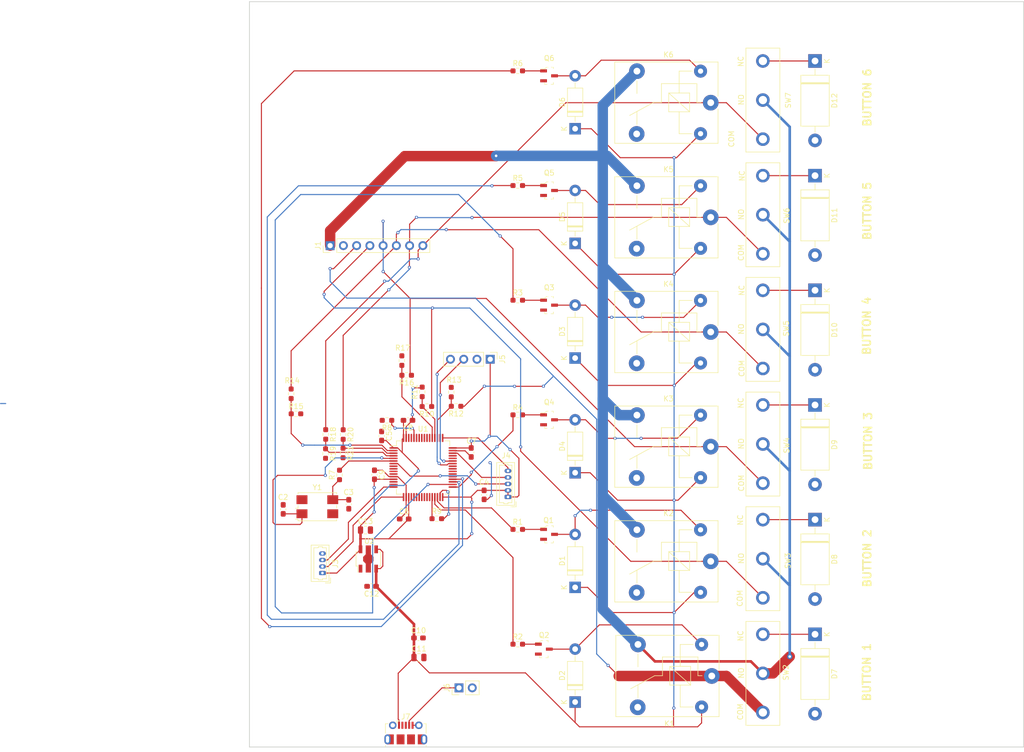
<source format=kicad_pcb>
(kicad_pcb (version 20171130) (host pcbnew "(5.1.10)-1")
  (layers (0 F.Cu signal) (31 B.Cu signal) (34 B.Paste user) (35 F.Paste user) (36 B.SilkS user) (37 F.SilkS user) (38 B.Mask user) (39 F.Mask user) (44 Edge.Cuts user))
  (net 0 "")
  (net 1 "/Main Controller/NRST")
  (net 2 GND)
  (net 3 "Net-(C2-Pad2)")
  (net 4 "Net-(C3-Pad2)")
  (net 5 +3V3)
  (net 6 VBUS)
  (net 7 "Net-(D7-Pad1)")
  (net 8 "Net-(D8-Pad1)")
  (net 9 "Net-(D9-Pad1)")
  (net 10 "Net-(D10-Pad1)")
  (net 11 "Net-(D11-Pad1)")
  (net 12 "Net-(D12-Pad1)")
  (net 13 "/Main Controller/BOOT0")
  (net 14 "/Main Controller/DEBUG_RX")
  (net 15 "/Main Controller/DEBUG_TX")
  (net 16 "/Main Controller/DBG_SWCLK")
  (net 17 "/Main Controller/DBG_SWDIO")
  (net 18 "/Main Controller/BT_RX")
  (net 19 "/Main Controller/BT_TX")
  (net 20 "/Main Controller/USB_ID")
  (net 21 +30V)
  (net 22 LSW2_COM)
  (net 23 LSW1_COM)
  (net 24 LSW4_COM)
  (net 25 LSW3_COM)
  (net 26 LSW5_COM)
  (net 27 LSW6_COM)
  (net 28 "Net-(Q1-Pad1)")
  (net 29 "Net-(Q2-Pad1)")
  (net 30 "Net-(Q3-Pad1)")
  (net 31 "Net-(Q4-Pad1)")
  (net 32 "Net-(Q5-Pad1)")
  (net 33 "Net-(Q6-Pad1)")
  (net 34 LSW2_TRIGGER)
  (net 35 LSW1_TRIGGER)
  (net 36 LSW4_TRIGGER)
  (net 37 LSW3_TRIGGER)
  (net 38 LSW5_TRIGGER)
  (net 39 LSW6_TRIGGER)
  (net 40 "Net-(R7-Pad2)")
  (net 41 "Net-(R9-Pad1)")
  (net 42 "/Main Controller/LIMIT_SIG2")
  (net 43 "/Main Controller/LIMIT_SIG1")
  (net 44 "/Main Controller/LIMIT_SIG4")
  (net 45 "/Main Controller/LIMIT_SIG3")
  (net 46 "/Main Controller/LIMIT_SIG6")
  (net 47 "/Main Controller/LIMIT_SIG5")
  (net 48 "Net-(D1-Pad2)")
  (net 49 "Net-(D2-Pad2)")
  (net 50 "Net-(D3-Pad2)")
  (net 51 "Net-(D4-Pad2)")
  (net 52 "Net-(D5-Pad2)")
  (net 53 "Net-(D6-Pad2)")
  (module ZeroGravity:DB2C-C1AA (layer F.Cu) (at 130 145 270)
    (fp_text reference SW2 (at 7.325 -4.425 270) (layer F.SilkS))
    (fp_text value DB2C-C1AA)
    (fp_text user NC (at 0.3 4.275 90) (layer F.SilkS))
    (fp_text user NO (at 7.44 4.15 90) (layer F.SilkS))
    (fp_text user COM (at 14.875 4.325 90) (layer F.SilkS))
    (pad 3 thru_hole circle (at 7.5 0 270) (size 2.6 2.6) (drill 1.6) (layers *.Cu *.Mask) (net 21 +30V))
    (pad 2 thru_hole circle (at 15 0 270) (size 2.6 2.6) (drill 1.6) (layers *.Cu *.Mask) (net 23 LSW1_COM))
    (pad 1 thru_hole circle (at 0 0 270) (size 2.6 2.6) (drill 1.6) (layers *.Cu *.Mask) (net 7 "Net-(D7-Pad1)"))
  )
  (module Connector_PinHeader_2.54mm:PinHeader_1x04_P2.54mm_Vertical (layer F.Cu) (at 77.72 92.225 270)
    (fp_text reference J5 (at 0 -2.33 90) (layer F.SilkS))
    (fp_text value Conn_BT)
    (pad 4 thru_hole oval (at 0 7.62 270) (size 1.7 1.7) (drill 1) (layers *.Cu *.Mask) (net 18 "/Main Controller/BT_RX"))
    (pad 3 thru_hole oval (at 0 5.08 270) (size 1.7 1.7) (drill 1) (layers *.Cu *.Mask) (net 19 "/Main Controller/BT_TX"))
    (pad 2 thru_hole oval (at 0 2.54 270) (size 1.7 1.7) (drill 1) (layers *.Cu *.Mask) (net 2 GND))
    (pad 1 thru_hole rect (at 0 0 270) (size 1.7 1.7) (drill 1) (layers *.Cu *.Mask) (net 5 +3V3))
  )
  (module Package_QFP:LQFP-64_10x10mm_P0.5mm (layer F.Cu) (at 64.85 113)
    (fp_text reference U1 (at 0 -7.4) (layer F.SilkS))
    (fp_text value STM32F101RBTx)
    (pad 64 smd roundrect (at -3.75 -5.675) (size 0.3 1.55) (layers F.Cu F.Paste F.Mask) (net 5 +3V3))
    (pad 63 smd roundrect (at -3.25 -5.675) (size 0.3 1.55) (layers F.Cu F.Paste F.Mask) (net 2 GND))
    (pad 62 smd roundrect (at -2.75 -5.675) (size 0.3 1.55) (layers F.Cu F.Paste F.Mask))
    (pad 61 smd roundrect (at -2.25 -5.675) (size 0.3 1.55) (layers F.Cu F.Paste F.Mask))
    (pad 60 smd roundrect (at -1.75 -5.675) (size 0.3 1.55) (layers F.Cu F.Paste F.Mask) (net 13 "/Main Controller/BOOT0"))
    (pad 59 smd roundrect (at -1.25 -5.675) (size 0.3 1.55) (layers F.Cu F.Paste F.Mask))
    (pad 58 smd roundrect (at -0.75 -5.675) (size 0.3 1.55) (layers F.Cu F.Paste F.Mask))
    (pad 57 smd roundrect (at -0.25 -5.675) (size 0.3 1.55) (layers F.Cu F.Paste F.Mask))
    (pad 56 smd roundrect (at 0.25 -5.675) (size 0.3 1.55) (layers F.Cu F.Paste F.Mask))
    (pad 55 smd roundrect (at 0.75 -5.675) (size 0.3 1.55) (layers F.Cu F.Paste F.Mask))
    (pad 54 smd roundrect (at 1.25 -5.675) (size 0.3 1.55) (layers F.Cu F.Paste F.Mask))
    (pad 53 smd roundrect (at 1.75 -5.675) (size 0.3 1.55) (layers F.Cu F.Paste F.Mask) (net 45 "/Main Controller/LIMIT_SIG3"))
    (pad 52 smd roundrect (at 2.25 -5.675) (size 0.3 1.55) (layers F.Cu F.Paste F.Mask) (net 42 "/Main Controller/LIMIT_SIG2"))
    (pad 51 smd roundrect (at 2.75 -5.675) (size 0.3 1.55) (layers F.Cu F.Paste F.Mask) (net 43 "/Main Controller/LIMIT_SIG1"))
    (pad 50 smd roundrect (at 3.25 -5.675) (size 0.3 1.55) (layers F.Cu F.Paste F.Mask))
    (pad 49 smd roundrect (at 3.75 -5.675) (size 0.3 1.55) (layers F.Cu F.Paste F.Mask) (net 16 "/Main Controller/DBG_SWCLK"))
    (pad 48 smd roundrect (at 5.675 -3.75) (size 1.55 0.3) (layers F.Cu F.Paste F.Mask) (net 5 +3V3))
    (pad 47 smd roundrect (at 5.675 -3.25) (size 1.55 0.3) (layers F.Cu F.Paste F.Mask) (net 2 GND))
    (pad 46 smd roundrect (at 5.675 -2.75) (size 1.55 0.3) (layers F.Cu F.Paste F.Mask) (net 17 "/Main Controller/DBG_SWDIO"))
    (pad 45 smd roundrect (at 5.675 -2.25) (size 1.55 0.3) (layers F.Cu F.Paste F.Mask))
    (pad 44 smd roundrect (at 5.675 -1.75) (size 1.55 0.3) (layers F.Cu F.Paste F.Mask))
    (pad 43 smd roundrect (at 5.675 -1.25) (size 1.55 0.3) (layers F.Cu F.Paste F.Mask) (net 19 "/Main Controller/BT_TX"))
    (pad 42 smd roundrect (at 5.675 -0.75) (size 1.55 0.3) (layers F.Cu F.Paste F.Mask) (net 18 "/Main Controller/BT_RX"))
    (pad 41 smd roundrect (at 5.675 -0.25) (size 1.55 0.3) (layers F.Cu F.Paste F.Mask))
    (pad 40 smd roundrect (at 5.675 0.25) (size 1.55 0.3) (layers F.Cu F.Paste F.Mask))
    (pad 39 smd roundrect (at 5.675 0.75) (size 1.55 0.3) (layers F.Cu F.Paste F.Mask))
    (pad 38 smd roundrect (at 5.675 1.25) (size 1.55 0.3) (layers F.Cu F.Paste F.Mask))
    (pad 37 smd roundrect (at 5.675 1.75) (size 1.55 0.3) (layers F.Cu F.Paste F.Mask))
    (pad 36 smd roundrect (at 5.675 2.25) (size 1.55 0.3) (layers F.Cu F.Paste F.Mask) (net 39 LSW6_TRIGGER))
    (pad 35 smd roundrect (at 5.675 2.75) (size 1.55 0.3) (layers F.Cu F.Paste F.Mask) (net 38 LSW5_TRIGGER))
    (pad 34 smd roundrect (at 5.675 3.25) (size 1.55 0.3) (layers F.Cu F.Paste F.Mask) (net 36 LSW4_TRIGGER))
    (pad 33 smd roundrect (at 5.675 3.75) (size 1.55 0.3) (layers F.Cu F.Paste F.Mask) (net 37 LSW3_TRIGGER))
    (pad 32 smd roundrect (at 3.75 5.675) (size 0.3 1.55) (layers F.Cu F.Paste F.Mask) (net 5 +3V3))
    (pad 31 smd roundrect (at 3.25 5.675) (size 0.3 1.55) (layers F.Cu F.Paste F.Mask) (net 2 GND))
    (pad 30 smd roundrect (at 2.75 5.675) (size 0.3 1.55) (layers F.Cu F.Paste F.Mask) (net 34 LSW2_TRIGGER))
    (pad 29 smd roundrect (at 2.25 5.675) (size 0.3 1.55) (layers F.Cu F.Paste F.Mask) (net 35 LSW1_TRIGGER))
    (pad 28 smd roundrect (at 1.75 5.675) (size 0.3 1.55) (layers F.Cu F.Paste F.Mask) (net 41 "Net-(R9-Pad1)"))
    (pad 27 smd roundrect (at 1.25 5.675) (size 0.3 1.55) (layers F.Cu F.Paste F.Mask))
    (pad 26 smd roundrect (at 0.75 5.675) (size 0.3 1.55) (layers F.Cu F.Paste F.Mask))
    (pad 25 smd roundrect (at 0.25 5.675) (size 0.3 1.55) (layers F.Cu F.Paste F.Mask))
    (pad 24 smd roundrect (at -0.25 5.675) (size 0.3 1.55) (layers F.Cu F.Paste F.Mask))
    (pad 23 smd roundrect (at -0.75 5.675) (size 0.3 1.55) (layers F.Cu F.Paste F.Mask))
    (pad 22 smd roundrect (at -1.25 5.675) (size 0.3 1.55) (layers F.Cu F.Paste F.Mask))
    (pad 21 smd roundrect (at -1.75 5.675) (size 0.3 1.55) (layers F.Cu F.Paste F.Mask))
    (pad 20 smd roundrect (at -2.25 5.675) (size 0.3 1.55) (layers F.Cu F.Paste F.Mask))
    (pad 19 smd roundrect (at -2.75 5.675) (size 0.3 1.55) (layers F.Cu F.Paste F.Mask) (net 5 +3V3))
    (pad 18 smd roundrect (at -3.25 5.675) (size 0.3 1.55) (layers F.Cu F.Paste F.Mask) (net 2 GND))
    (pad 17 smd roundrect (at -3.75 5.675) (size 0.3 1.55) (layers F.Cu F.Paste F.Mask) (net 15 "/Main Controller/DEBUG_TX"))
    (pad 16 smd roundrect (at -5.675 3.75) (size 1.55 0.3) (layers F.Cu F.Paste F.Mask) (net 14 "/Main Controller/DEBUG_RX"))
    (pad 15 smd roundrect (at -5.675 3.25) (size 1.55 0.3) (layers F.Cu F.Paste F.Mask))
    (pad 14 smd roundrect (at -5.675 2.75) (size 1.55 0.3) (layers F.Cu F.Paste F.Mask))
    (pad 13 smd roundrect (at -5.675 2.25) (size 1.55 0.3) (layers F.Cu F.Paste F.Mask) (net 5 +3V3))
    (pad 12 smd roundrect (at -5.675 1.75) (size 1.55 0.3) (layers F.Cu F.Paste F.Mask) (net 2 GND))
    (pad 11 smd roundrect (at -5.675 1.25) (size 1.55 0.3) (layers F.Cu F.Paste F.Mask))
    (pad 10 smd roundrect (at -5.675 0.75) (size 1.55 0.3) (layers F.Cu F.Paste F.Mask))
    (pad 9 smd roundrect (at -5.675 0.25) (size 1.55 0.3) (layers F.Cu F.Paste F.Mask))
    (pad 8 smd roundrect (at -5.675 -0.25) (size 1.55 0.3) (layers F.Cu F.Paste F.Mask))
    (pad 7 smd roundrect (at -5.675 -0.75) (size 1.55 0.3) (layers F.Cu F.Paste F.Mask) (net 1 "/Main Controller/NRST"))
    (pad 6 smd roundrect (at -5.675 -1.25) (size 1.55 0.3) (layers F.Cu F.Paste F.Mask) (net 40 "Net-(R7-Pad2)"))
    (pad 5 smd roundrect (at -5.675 -1.75) (size 1.55 0.3) (layers F.Cu F.Paste F.Mask) (net 3 "Net-(C2-Pad2)"))
    (pad 4 smd roundrect (at -5.675 -2.25) (size 1.55 0.3) (layers F.Cu F.Paste F.Mask) (net 46 "/Main Controller/LIMIT_SIG6"))
    (pad 3 smd roundrect (at -5.675 -2.75) (size 1.55 0.3) (layers F.Cu F.Paste F.Mask) (net 47 "/Main Controller/LIMIT_SIG5"))
    (pad 2 smd roundrect (at -5.675 -3.25) (size 1.55 0.3) (layers F.Cu F.Paste F.Mask) (net 44 "/Main Controller/LIMIT_SIG4"))
    (pad 1 smd roundrect (at -5.675 -3.75) (size 1.55 0.3) (layers F.Cu F.Paste F.Mask) (net 5 +3V3))
  )
  (module Relay_THT:Relay_SPDT_SANYOU_SRD_Series_Form_C (layer F.Cu) (at 120.2 153 180)
    (fp_text reference K1 (at 8.125 -9.15) (layer F.SilkS))
    (fp_text value SANYOU_SRD_Form_C)
    (pad 2 thru_hole circle (at 1.95 6.05 270) (size 2.5 2.5) (drill 1) (layers *.Cu *.Mask) (net 49 "Net-(D2-Pad2)"))
    (pad 3 thru_hole circle (at 14.15 6.05 270) (size 3 3) (drill 1.3) (layers *.Cu *.Mask) (net 21 +30V))
    (pad 4 thru_hole circle (at 14.2 -6 270) (size 3 3) (drill 1.3) (layers *.Cu *.Mask))
    (pad 5 thru_hole circle (at 1.95 -5.95 270) (size 2.5 2.5) (drill 1) (layers *.Cu *.Mask) (net 6 VBUS))
    (pad 1 thru_hole circle (at 0 0 270) (size 3 3) (drill 1.3) (layers *.Cu *.Mask) (net 23 LSW1_COM))
  )
  (module Resistor_SMD:R_0603_1608Metric_Pad0.98x0.95mm_HandSolder (layer F.Cu) (at 49.5 110.215 270)
    (fp_text reference R21 (at 0 -1.43 90) (layer F.SilkS))
    (fp_text value 103J,1608)
    (pad 2 smd roundrect (at 0.9125 0 270) (size 0.975 0.95) (layers F.Cu F.Paste F.Mask) (net 2 GND))
    (pad 1 smd roundrect (at -0.9125 0 270) (size 0.975 0.95) (layers F.Cu F.Paste F.Mask) (net 47 "/Main Controller/LIMIT_SIG5"))
  )
  (module Resistor_SMD:R_0603_1608Metric_Pad0.98x0.95mm_HandSolder (layer F.Cu) (at 49.525 106.675 270)
    (fp_text reference R20 (at 0 -1.43 90) (layer F.SilkS))
    (fp_text value 103J,1608)
    (pad 2 smd roundrect (at 0.9125 0 270) (size 0.975 0.95) (layers F.Cu F.Paste F.Mask) (net 47 "/Main Controller/LIMIT_SIG5"))
    (pad 1 smd roundrect (at -0.9125 0 270) (size 0.975 0.95) (layers F.Cu F.Paste F.Mask) (net 26 LSW5_COM))
  )
  (module Resistor_SMD:R_0603_1608Metric_Pad0.98x0.95mm_HandSolder (layer F.Cu) (at 46.15 110.325 270)
    (fp_text reference R19 (at 0 -1.43 90) (layer F.SilkS))
    (fp_text value 103J,1608)
    (pad 2 smd roundrect (at 0.9125 0 270) (size 0.975 0.95) (layers F.Cu F.Paste F.Mask) (net 2 GND))
    (pad 1 smd roundrect (at -0.9125 0 270) (size 0.975 0.95) (layers F.Cu F.Paste F.Mask) (net 46 "/Main Controller/LIMIT_SIG6"))
  )
  (module Resistor_SMD:R_0603_1608Metric_Pad0.98x0.95mm_HandSolder (layer F.Cu) (at 46.175 106.65 270)
    (fp_text reference R18 (at 0 -1.43 90) (layer F.SilkS))
    (fp_text value 103J,1608)
    (pad 2 smd roundrect (at 0.9125 0 270) (size 0.975 0.95) (layers F.Cu F.Paste F.Mask) (net 46 "/Main Controller/LIMIT_SIG6"))
    (pad 1 smd roundrect (at -0.9125 0 270) (size 0.975 0.95) (layers F.Cu F.Paste F.Mask) (net 27 LSW6_COM))
  )
  (module Resistor_SMD:R_0603_1608Metric_Pad0.98x0.95mm_HandSolder (layer F.Cu) (at 60.775 92.4875 90)
    (fp_text reference R17 (at 2.4375 0.175 180) (layer F.SilkS))
    (fp_text value 103J,1608)
    (pad 2 smd roundrect (at 0.9125 0 90) (size 0.975 0.95) (layers F.Cu F.Paste F.Mask) (net 2 GND))
    (pad 1 smd roundrect (at -0.9125 0 90) (size 0.975 0.95) (layers F.Cu F.Paste F.Mask) (net 45 "/Main Controller/LIMIT_SIG3"))
  )
  (module Resistor_SMD:R_0603_1608Metric_Pad0.98x0.95mm_HandSolder (layer F.Cu) (at 61.7 95.3 180)
    (fp_text reference R16 (at 0 -1.43) (layer F.SilkS))
    (fp_text value 103J,1608)
    (pad 2 smd roundrect (at 0.9125 0 180) (size 0.975 0.95) (layers F.Cu F.Paste F.Mask) (net 45 "/Main Controller/LIMIT_SIG3"))
    (pad 1 smd roundrect (at -0.9125 0 180) (size 0.975 0.95) (layers F.Cu F.Paste F.Mask) (net 25 LSW3_COM))
  )
  (module Resistor_SMD:R_0603_1608Metric_Pad0.98x0.95mm_HandSolder (layer F.Cu) (at 40.475 102.7)
    (fp_text reference R15 (at 0 -1.43) (layer F.SilkS))
    (fp_text value 103J,1608)
    (pad 2 smd roundrect (at 0.9125 0) (size 0.975 0.95) (layers F.Cu F.Paste F.Mask) (net 2 GND))
    (pad 1 smd roundrect (at -0.9125 0) (size 0.975 0.95) (layers F.Cu F.Paste F.Mask) (net 44 "/Main Controller/LIMIT_SIG4"))
  )
  (module Resistor_SMD:R_0603_1608Metric_Pad0.98x0.95mm_HandSolder (layer F.Cu) (at 39.55 98.85 270)
    (fp_text reference R14 (at -2.525 -0.2 180) (layer F.SilkS))
    (fp_text value 103J,1608)
    (pad 2 smd roundrect (at 0.9125 0 270) (size 0.975 0.95) (layers F.Cu F.Paste F.Mask) (net 44 "/Main Controller/LIMIT_SIG4"))
    (pad 1 smd roundrect (at -0.9125 0 270) (size 0.975 0.95) (layers F.Cu F.Paste F.Mask) (net 24 LSW4_COM))
  )
  (module Resistor_SMD:R_0603_1608Metric_Pad0.98x0.95mm_HandSolder (layer F.Cu) (at 70.25 98.5375 90)
    (fp_text reference R13 (at 2.3625 0.55 180) (layer F.SilkS))
    (fp_text value 103J,1608)
    (pad 2 smd roundrect (at 0.9125 0 90) (size 0.975 0.95) (layers F.Cu F.Paste F.Mask) (net 2 GND))
    (pad 1 smd roundrect (at -0.9125 0 90) (size 0.975 0.95) (layers F.Cu F.Paste F.Mask) (net 43 "/Main Controller/LIMIT_SIG1"))
  )
  (module Resistor_SMD:R_0603_1608Metric_Pad0.98x0.95mm_HandSolder (layer F.Cu) (at 71.175 101.25 180)
    (fp_text reference R12 (at 0 -1.43) (layer F.SilkS))
    (fp_text value 103J,1608)
    (pad 2 smd roundrect (at 0.9125 0 180) (size 0.975 0.95) (layers F.Cu F.Paste F.Mask) (net 43 "/Main Controller/LIMIT_SIG1"))
    (pad 1 smd roundrect (at -0.9125 0 180) (size 0.975 0.95) (layers F.Cu F.Paste F.Mask) (net 23 LSW1_COM))
  )
  (module Resistor_SMD:R_0603_1608Metric_Pad0.98x0.95mm_HandSolder (layer F.Cu) (at 64.675 98.4875 90)
    (fp_text reference R11 (at 0 -1.43 90) (layer F.SilkS))
    (fp_text value 103J,1608)
    (pad 2 smd roundrect (at 0.9125 0 90) (size 0.975 0.95) (layers F.Cu F.Paste F.Mask) (net 2 GND))
    (pad 1 smd roundrect (at -0.9125 0 90) (size 0.975 0.95) (layers F.Cu F.Paste F.Mask) (net 42 "/Main Controller/LIMIT_SIG2"))
  )
  (module Resistor_SMD:R_0603_1608Metric_Pad0.98x0.95mm_HandSolder (layer F.Cu) (at 65.575 101.3 180)
    (fp_text reference R10 (at 0 -1.43) (layer F.SilkS))
    (fp_text value 103J,1608)
    (pad 2 smd roundrect (at 0.9125 0 180) (size 0.975 0.95) (layers F.Cu F.Paste F.Mask) (net 42 "/Main Controller/LIMIT_SIG2"))
    (pad 1 smd roundrect (at -0.9125 0 180) (size 0.975 0.95) (layers F.Cu F.Paste F.Mask) (net 22 LSW2_COM))
  )
  (module Resistor_SMD:R_0603_1608Metric_Pad0.98x0.95mm_HandSolder (layer F.Cu) (at 67.475 122.825)
    (fp_text reference R9 (at 0 -1.43) (layer F.SilkS))
    (fp_text value 103J,1608)
    (pad 2 smd roundrect (at 0.9125 0) (size 0.975 0.95) (layers F.Cu F.Paste F.Mask) (net 2 GND))
    (pad 1 smd roundrect (at -0.9125 0) (size 0.975 0.95) (layers F.Cu F.Paste F.Mask) (net 41 "Net-(R9-Pad1)"))
  )
  (module Resistor_SMD:R_0603_1608Metric_Pad0.98x0.95mm_HandSolder (layer F.Cu) (at 57.925 103.95 180)
    (fp_text reference R8 (at 0 -1.43) (layer F.SilkS))
    (fp_text value 103J,1608)
    (pad 2 smd roundrect (at 0.9125 0 180) (size 0.975 0.95) (layers F.Cu F.Paste F.Mask) (net 2 GND))
    (pad 1 smd roundrect (at -0.9125 0 180) (size 0.975 0.95) (layers F.Cu F.Paste F.Mask) (net 13 "/Main Controller/BOOT0"))
  )
  (module Resistor_SMD:R_0603_1608Metric_Pad0.98x0.95mm_HandSolder (layer F.Cu) (at 48.825 114.425 90)
    (fp_text reference R7 (at 0 -1.43 90) (layer F.SilkS))
    (fp_text value 0R0J,1608)
    (pad 2 smd roundrect (at 0.9125 0 90) (size 0.975 0.95) (layers F.Cu F.Paste F.Mask) (net 40 "Net-(R7-Pad2)"))
    (pad 1 smd roundrect (at -0.9125 0 90) (size 0.975 0.95) (layers F.Cu F.Paste F.Mask) (net 4 "Net-(C3-Pad2)"))
  )
  (module Resistor_SMD:R_0603_1608Metric_Pad0.98x0.95mm_HandSolder (layer F.Cu) (at 83 36.9)
    (fp_text reference R6 (at 0 -1.43) (layer F.SilkS))
    (fp_text value 103J,1608)
    (pad 2 smd roundrect (at 0.9125 0) (size 0.975 0.95) (layers F.Cu F.Paste F.Mask) (net 33 "Net-(Q6-Pad1)"))
    (pad 1 smd roundrect (at -0.9125 0) (size 0.975 0.95) (layers F.Cu F.Paste F.Mask) (net 39 LSW6_TRIGGER))
  )
  (module Resistor_SMD:R_0603_1608Metric_Pad0.98x0.95mm_HandSolder (layer F.Cu) (at 83 58.9)
    (fp_text reference R5 (at 0 -1.43) (layer F.SilkS))
    (fp_text value 103J,1608)
    (pad 2 smd roundrect (at 0.9125 0) (size 0.975 0.95) (layers F.Cu F.Paste F.Mask) (net 32 "Net-(Q5-Pad1)"))
    (pad 1 smd roundrect (at -0.9125 0) (size 0.975 0.95) (layers F.Cu F.Paste F.Mask) (net 38 LSW5_TRIGGER))
  )
  (module Resistor_SMD:R_0603_1608Metric_Pad0.98x0.95mm_HandSolder (layer F.Cu) (at 83 102.9)
    (fp_text reference R4 (at 0 -1.43) (layer F.SilkS))
    (fp_text value 103J,1608)
    (pad 2 smd roundrect (at 0.9125 0) (size 0.975 0.95) (layers F.Cu F.Paste F.Mask) (net 31 "Net-(Q4-Pad1)"))
    (pad 1 smd roundrect (at -0.9125 0) (size 0.975 0.95) (layers F.Cu F.Paste F.Mask) (net 37 LSW3_TRIGGER))
  )
  (module Resistor_SMD:R_0603_1608Metric_Pad0.98x0.95mm_HandSolder (layer F.Cu) (at 83 80.9)
    (fp_text reference R3 (at 0 -1.43) (layer F.SilkS))
    (fp_text value 103J,1608)
    (pad 2 smd roundrect (at 0.9125 0) (size 0.975 0.95) (layers F.Cu F.Paste F.Mask) (net 30 "Net-(Q3-Pad1)"))
    (pad 1 smd roundrect (at -0.9125 0) (size 0.975 0.95) (layers F.Cu F.Paste F.Mask) (net 36 LSW4_TRIGGER))
  )
  (module Resistor_SMD:R_0603_1608Metric_Pad0.98x0.95mm_HandSolder (layer F.Cu) (at 83 146.9)
    (fp_text reference R2 (at 0 -1.43) (layer F.SilkS))
    (fp_text value 103J,1608)
    (pad 2 smd roundrect (at 0.9125 0) (size 0.975 0.95) (layers F.Cu F.Paste F.Mask) (net 29 "Net-(Q2-Pad1)"))
    (pad 1 smd roundrect (at -0.9125 0) (size 0.975 0.95) (layers F.Cu F.Paste F.Mask) (net 35 LSW1_TRIGGER))
  )
  (module Resistor_SMD:R_0603_1608Metric_Pad0.98x0.95mm_HandSolder (layer F.Cu) (at 83 124.875)
    (fp_text reference R1 (at 0 -1.43) (layer F.SilkS))
    (fp_text value 103J,1608)
    (pad 2 smd roundrect (at 0.9125 0) (size 0.975 0.95) (layers F.Cu F.Paste F.Mask) (net 28 "Net-(Q1-Pad1)"))
    (pad 1 smd roundrect (at -0.9125 0) (size 0.975 0.95) (layers F.Cu F.Paste F.Mask) (net 34 LSW2_TRIGGER))
  )
  (module Capacitor_SMD:C_0603_1608Metric_Pad1.08x0.95mm_HandSolder (layer F.Cu) (at 54.975 135.8 180)
    (fp_text reference C12 (at 0 -1.43) (layer F.SilkS))
    (fp_text value 105K,1005)
    (pad 2 smd roundrect (at 0.8625 0 180) (size 1.075 0.95) (layers F.Cu F.Paste F.Mask) (net 2 GND))
    (pad 1 smd roundrect (at -0.8625 0 180) (size 1.075 0.95) (layers F.Cu F.Paste F.Mask) (net 6 VBUS))
  )
  (module Capacitor_SMD:C_0603_1608Metric_Pad1.08x0.95mm_HandSolder (layer F.Cu) (at 63.9625 145.7)
    (fp_text reference C10 (at 0 -1.43) (layer F.SilkS))
    (fp_text value 104K,1005)
    (pad 2 smd roundrect (at 0.8625 0) (size 1.075 0.95) (layers F.Cu F.Paste F.Mask) (net 2 GND))
    (pad 1 smd roundrect (at -0.8625 0) (size 1.075 0.95) (layers F.Cu F.Paste F.Mask) (net 6 VBUS))
  )
  (module Capacitor_SMD:C_0603_1608Metric_Pad1.08x0.95mm_HandSolder (layer F.Cu) (at 55.525 114.3875 270)
    (fp_text reference C9 (at 0 -1.43 90) (layer F.SilkS))
    (fp_text value 104K,1608)
    (pad 1 smd roundrect (at -0.8625 0 270) (size 1.075 0.95) (layers F.Cu F.Paste F.Mask) (net 2 GND))
    (pad 2 smd roundrect (at 0.8625 0 270) (size 1.075 0.95) (layers F.Cu F.Paste F.Mask) (net 5 +3V3))
  )
  (module Capacitor_SMD:C_0603_1608Metric_Pad1.08x0.95mm_HandSolder (layer F.Cu) (at 61.95 103.95 180)
    (fp_text reference C8 (at 0 -1.43) (layer F.SilkS))
    (fp_text value 104K,1608)
    (pad 2 smd roundrect (at 0.8625 0 180) (size 1.075 0.95) (layers F.Cu F.Paste F.Mask) (net 5 +3V3))
    (pad 1 smd roundrect (at -0.8625 0 180) (size 1.075 0.95) (layers F.Cu F.Paste F.Mask) (net 2 GND))
  )
  (module Capacitor_SMD:C_0603_1608Metric_Pad1.08x0.95mm_HandSolder (layer F.Cu) (at 74.075 110.1125 90)
    (fp_text reference C7 (at 2.2 0.05 180) (layer F.SilkS))
    (fp_text value 104K,1608)
    (pad 2 smd roundrect (at 0.8625 0 90) (size 1.075 0.95) (layers F.Cu F.Paste F.Mask) (net 5 +3V3))
    (pad 1 smd roundrect (at -0.8625 0 90) (size 1.075 0.95) (layers F.Cu F.Paste F.Mask) (net 2 GND))
  )
  (module Capacitor_SMD:C_0603_1608Metric_Pad1.08x0.95mm_HandSolder (layer F.Cu) (at 61.225 122.875)
    (fp_text reference C6 (at 0 -1.43) (layer F.SilkS))
    (fp_text value 104K,1608)
    (pad 2 smd roundrect (at 0.8625 0) (size 1.075 0.95) (layers F.Cu F.Paste F.Mask) (net 5 +3V3))
    (pad 1 smd roundrect (at -0.8625 0) (size 1.075 0.95) (layers F.Cu F.Paste F.Mask) (net 2 GND))
  )
  (module Capacitor_SMD:C_0603_1608Metric_Pad1.08x0.95mm_HandSolder (layer F.Cu) (at 56.9 106.95 270)
    (fp_text reference C5 (at 0 -1.43 90) (layer F.SilkS))
    (fp_text value 104K,1608)
    (pad 2 smd roundrect (at 0.8625 0 270) (size 1.075 0.95) (layers F.Cu F.Paste F.Mask) (net 5 +3V3))
    (pad 1 smd roundrect (at -0.8625 0 270) (size 1.075 0.95) (layers F.Cu F.Paste F.Mask) (net 2 GND))
  )
  (module Capacitor_SMD:C_0603_1608Metric_Pad1.08x0.95mm_HandSolder (layer F.Cu) (at 76.55 118.25 270)
    (fp_text reference C4 (at -2.425 0 180) (layer F.SilkS))
    (fp_text value 104K,1608)
    (pad 2 smd roundrect (at 0.8625 0 270) (size 1.075 0.95) (layers F.Cu F.Paste F.Mask) (net 2 GND))
    (pad 1 smd roundrect (at -0.8625 0 270) (size 1.075 0.95) (layers F.Cu F.Paste F.Mask) (net 5 +3V3))
  )
  (module Capacitor_SMD:C_0603_1608Metric_Pad1.08x0.95mm_HandSolder (layer F.Cu) (at 50.6 120.05 90)
    (fp_text reference C3 (at 2.3 -0.025 180) (layer F.SilkS))
    (fp_text value 120K,1608)
    (pad 2 smd roundrect (at 0.8625 0 90) (size 1.075 0.95) (layers F.Cu F.Paste F.Mask) (net 4 "Net-(C3-Pad2)"))
    (pad 1 smd roundrect (at -0.8625 0 90) (size 1.075 0.95) (layers F.Cu F.Paste F.Mask) (net 2 GND))
  )
  (module Capacitor_SMD:C_0603_1608Metric_Pad1.08x0.95mm_HandSolder (layer F.Cu) (at 38.025 121.025 270)
    (fp_text reference C2 (at -2.325 0.025 180) (layer F.SilkS))
    (fp_text value 120K,1608)
    (pad 2 smd roundrect (at 0.8625 0 270) (size 1.075 0.95) (layers F.Cu F.Paste F.Mask) (net 3 "Net-(C2-Pad2)"))
    (pad 1 smd roundrect (at -0.8625 0 270) (size 1.075 0.95) (layers F.Cu F.Paste F.Mask) (net 2 GND))
  )
  (module ZeroGravity:DB2C-C1AA (layer F.Cu) (at 130 123 270)
    (fp_text reference SW3 (at 7.9 -4.8 90) (layer F.SilkS))
    (fp_text value DB2C-C1AA)
    (fp_text user NC (at 0.075 4.325 90) (layer F.SilkS))
    (fp_text user NO (at 7.44 4.15 90) (layer F.SilkS))
    (fp_text user COM (at 15.1 4.4 90) (layer F.SilkS))
    (pad 3 thru_hole circle (at 7.5 0 270) (size 2.6 2.6) (drill 1.6) (layers *.Cu *.Mask) (net 21 +30V))
    (pad 2 thru_hole circle (at 15 0 270) (size 2.6 2.6) (drill 1.6) (layers *.Cu *.Mask) (net 22 LSW2_COM))
    (pad 1 thru_hole circle (at 0 0 270) (size 2.6 2.6) (drill 1.6) (layers *.Cu *.Mask) (net 8 "Net-(D8-Pad1)"))
  )
  (module ZeroGravity:DB2C-C1AA (layer F.Cu) (at 130 101 270)
    (fp_text reference SW4 (at 7.75 -4.55 90) (layer F.SilkS))
    (fp_text value DB2C-C1AA)
    (fp_text user NC (at -0.375 4.225 90) (layer F.SilkS))
    (fp_text user NO (at 7.44 4.15 90) (layer F.SilkS))
    (fp_text user COM (at 15 4.125 90) (layer F.SilkS))
    (pad 3 thru_hole circle (at 7.5 0 270) (size 2.6 2.6) (drill 1.6) (layers *.Cu *.Mask) (net 21 +30V))
    (pad 2 thru_hole circle (at 15 0 270) (size 2.6 2.6) (drill 1.6) (layers *.Cu *.Mask) (net 25 LSW3_COM))
    (pad 1 thru_hole circle (at 0 0 270) (size 2.6 2.6) (drill 1.6) (layers *.Cu *.Mask) (net 9 "Net-(D9-Pad1)"))
  )
  (module ZeroGravity:DB2C-C1AA (layer F.Cu) (at 130 79 270)
    (fp_text reference SW5 (at 7.325 -4.475 90) (layer F.SilkS))
    (fp_text value DB2C-C1AA)
    (fp_text user NC (at 0.025 4.05 90) (layer F.SilkS))
    (fp_text user NO (at 7.44 4.15 90) (layer F.SilkS))
    (fp_text user COM (at 15 4.05 90) (layer F.SilkS))
    (pad 3 thru_hole circle (at 7.5 0 270) (size 2.6 2.6) (drill 1.6) (layers *.Cu *.Mask) (net 21 +30V))
    (pad 2 thru_hole circle (at 15 0 270) (size 2.6 2.6) (drill 1.6) (layers *.Cu *.Mask) (net 24 LSW4_COM))
    (pad 1 thru_hole circle (at 0 0 270) (size 2.6 2.6) (drill 1.6) (layers *.Cu *.Mask) (net 10 "Net-(D10-Pad1)"))
  )
  (module ZeroGravity:DB2C-C1AA (layer F.Cu) (at 130 57 270)
    (fp_text reference SW6 (at 7.675 -4.55 90) (layer F.SilkS))
    (fp_text value DB2C-C1AA)
    (fp_text user NC (at 0.05 4 90) (layer F.SilkS))
    (fp_text user NO (at 7.44 4.15 90) (layer F.SilkS))
    (fp_text user COM (at 14.775 4.175 90) (layer F.SilkS))
    (pad 3 thru_hole circle (at 7.5 0 270) (size 2.6 2.6) (drill 1.6) (layers *.Cu *.Mask) (net 21 +30V))
    (pad 2 thru_hole circle (at 15 0 270) (size 2.6 2.6) (drill 1.6) (layers *.Cu *.Mask) (net 26 LSW5_COM))
    (pad 1 thru_hole circle (at 0 0 270) (size 2.6 2.6) (drill 1.6) (layers *.Cu *.Mask) (net 11 "Net-(D11-Pad1)"))
  )
  (module ZeroGravity:DB2C-C1AA (layer F.Cu) (at 130 35 270)
    (fp_text reference SW7 (at 7.55 -4.85 90) (layer F.SilkS))
    (fp_text value DB2C-C1AA)
    (fp_text user NC (at 0.1 4.225 90) (layer F.SilkS))
    (fp_text user NO (at 7.44 4.15 90) (layer F.SilkS))
    (fp_text user COM (at 14.95 6.025 90) (layer F.SilkS))
    (pad 3 thru_hole circle (at 7.5 0 270) (size 2.6 2.6) (drill 1.6) (layers *.Cu *.Mask) (net 21 +30V))
    (pad 2 thru_hole circle (at 15 0 270) (size 2.6 2.6) (drill 1.6) (layers *.Cu *.Mask) (net 27 LSW6_COM))
    (pad 1 thru_hole circle (at 0 0 270) (size 2.6 2.6) (drill 1.6) (layers *.Cu *.Mask) (net 12 "Net-(D12-Pad1)"))
  )
  (module Relay_THT:Relay_SPDT_SANYOU_SRD_Series_Form_C (layer F.Cu) (at 120 43 180)
    (fp_text reference K6 (at 8.1 9.2) (layer F.SilkS))
    (fp_text value SANYOU_SRD_Form_C)
    (pad 1 thru_hole circle (at 0 0 270) (size 3 3) (drill 1.3) (layers *.Cu *.Mask) (net 27 LSW6_COM))
    (pad 5 thru_hole circle (at 1.95 -5.95 270) (size 2.5 2.5) (drill 1) (layers *.Cu *.Mask) (net 6 VBUS))
    (pad 4 thru_hole circle (at 14.2 -6 270) (size 3 3) (drill 1.3) (layers *.Cu *.Mask))
    (pad 3 thru_hole circle (at 14.15 6.05 270) (size 3 3) (drill 1.3) (layers *.Cu *.Mask) (net 21 +30V))
    (pad 2 thru_hole circle (at 1.95 6.05 270) (size 2.5 2.5) (drill 1) (layers *.Cu *.Mask) (net 53 "Net-(D6-Pad2)"))
  )
  (module Relay_THT:Relay_SPDT_SANYOU_SRD_Series_Form_C (layer F.Cu) (at 120 65 180)
    (fp_text reference K5 (at 8.1 9.2) (layer F.SilkS))
    (fp_text value SANYOU_SRD_Form_C)
    (pad 1 thru_hole circle (at 0 0 270) (size 3 3) (drill 1.3) (layers *.Cu *.Mask) (net 26 LSW5_COM))
    (pad 5 thru_hole circle (at 1.95 -5.95 270) (size 2.5 2.5) (drill 1) (layers *.Cu *.Mask) (net 6 VBUS))
    (pad 4 thru_hole circle (at 14.2 -6 270) (size 3 3) (drill 1.3) (layers *.Cu *.Mask))
    (pad 3 thru_hole circle (at 14.15 6.05 270) (size 3 3) (drill 1.3) (layers *.Cu *.Mask) (net 21 +30V))
    (pad 2 thru_hole circle (at 1.95 6.05 270) (size 2.5 2.5) (drill 1) (layers *.Cu *.Mask) (net 52 "Net-(D5-Pad2)"))
  )
  (module Relay_THT:Relay_SPDT_SANYOU_SRD_Series_Form_C (layer F.Cu) (at 120 87 180)
    (fp_text reference K4 (at 8.1 9.2) (layer F.SilkS))
    (fp_text value SANYOU_SRD_Form_C)
    (pad 1 thru_hole circle (at 0 0 270) (size 3 3) (drill 1.3) (layers *.Cu *.Mask) (net 24 LSW4_COM))
    (pad 5 thru_hole circle (at 1.95 -5.95 270) (size 2.5 2.5) (drill 1) (layers *.Cu *.Mask) (net 6 VBUS))
    (pad 4 thru_hole circle (at 14.2 -6 270) (size 3 3) (drill 1.3) (layers *.Cu *.Mask))
    (pad 3 thru_hole circle (at 14.15 6.05 270) (size 3 3) (drill 1.3) (layers *.Cu *.Mask) (net 21 +30V))
    (pad 2 thru_hole circle (at 1.95 6.05 270) (size 2.5 2.5) (drill 1) (layers *.Cu *.Mask) (net 50 "Net-(D3-Pad2)"))
  )
  (module Relay_THT:Relay_SPDT_SANYOU_SRD_Series_Form_C (layer F.Cu) (at 120 109 180)
    (fp_text reference K3 (at 8.1 9.2) (layer F.SilkS))
    (fp_text value SANYOU_SRD_Form_C)
    (pad 1 thru_hole circle (at 0 0 270) (size 3 3) (drill 1.3) (layers *.Cu *.Mask) (net 25 LSW3_COM))
    (pad 5 thru_hole circle (at 1.95 -5.95 270) (size 2.5 2.5) (drill 1) (layers *.Cu *.Mask) (net 6 VBUS))
    (pad 4 thru_hole circle (at 14.2 -6 270) (size 3 3) (drill 1.3) (layers *.Cu *.Mask))
    (pad 3 thru_hole circle (at 14.15 6.05 270) (size 3 3) (drill 1.3) (layers *.Cu *.Mask) (net 21 +30V))
    (pad 2 thru_hole circle (at 1.95 6.05 270) (size 2.5 2.5) (drill 1) (layers *.Cu *.Mask) (net 51 "Net-(D4-Pad2)"))
  )
  (module Relay_THT:Relay_SPDT_SANYOU_SRD_Series_Form_C (layer F.Cu) (at 120 131 180)
    (fp_text reference K2 (at 8.1 9.2) (layer F.SilkS))
    (fp_text value SANYOU_SRD_Form_C)
    (pad 1 thru_hole circle (at 0 0 270) (size 3 3) (drill 1.3) (layers *.Cu *.Mask) (net 22 LSW2_COM))
    (pad 5 thru_hole circle (at 1.95 -5.95 270) (size 2.5 2.5) (drill 1) (layers *.Cu *.Mask) (net 6 VBUS))
    (pad 4 thru_hole circle (at 14.2 -6 270) (size 3 3) (drill 1.3) (layers *.Cu *.Mask))
    (pad 3 thru_hole circle (at 14.15 6.05 270) (size 3 3) (drill 1.3) (layers *.Cu *.Mask) (net 21 +30V))
    (pad 2 thru_hole circle (at 1.95 6.05 270) (size 2.5 2.5) (drill 1) (layers *.Cu *.Mask) (net 48 "Net-(D1-Pad2)"))
  )
  (module Connector_PinHeader_2.54mm:PinHeader_1x08_P2.54mm_Vertical (layer F.Cu) (at 47.025 70.425 90)
    (fp_text reference J1 (at 0 -2.33 90) (layer F.SilkS))
    (fp_text value Conn_01x08)
    (pad 8 thru_hole oval (at 0 17.78 90) (size 1.7 1.7) (drill 1) (layers *.Cu *.Mask) (net 27 LSW6_COM))
    (pad 7 thru_hole oval (at 0 15.24 90) (size 1.7 1.7) (drill 1) (layers *.Cu *.Mask) (net 26 LSW5_COM))
    (pad 6 thru_hole oval (at 0 12.7 90) (size 1.7 1.7) (drill 1) (layers *.Cu *.Mask) (net 24 LSW4_COM))
    (pad 5 thru_hole oval (at 0 10.16 90) (size 1.7 1.7) (drill 1) (layers *.Cu *.Mask) (net 25 LSW3_COM))
    (pad 4 thru_hole oval (at 0 7.62 90) (size 1.7 1.7) (drill 1) (layers *.Cu *.Mask) (net 22 LSW2_COM))
    (pad 3 thru_hole oval (at 0 5.08 90) (size 1.7 1.7) (drill 1) (layers *.Cu *.Mask) (net 23 LSW1_COM))
    (pad 2 thru_hole oval (at 0 2.54 90) (size 1.7 1.7) (drill 1) (layers *.Cu *.Mask) (net 2 GND))
    (pad 1 thru_hole rect (at 0 0 90) (size 1.7 1.7) (drill 1) (layers *.Cu *.Mask) (net 21 +30V))
  )
  (module Diode_THT:D_DO-201_P15.24mm_Horizontal (layer F.Cu) (at 140 35 270)
    (fp_text reference D12 (at 7.62 -3.725 90) (layer F.SilkS))
    (fp_text value SR340)
    (fp_text user K (at 0 -2.3 90) (layer F.SilkS))
    (pad 1 thru_hole rect (at 0 0 270) (size 2.6 2.6) (drill 1.3) (layers *.Cu *.Mask) (net 12 "Net-(D12-Pad1)"))
    (pad 2 thru_hole oval (at 15.24 0 270) (size 2.6 2.6) (drill 1.3) (layers *.Cu *.Mask) (net 2 GND))
  )
  (module Diode_THT:D_DO-201_P15.24mm_Horizontal (layer F.Cu) (at 140 57 270)
    (fp_text reference D11 (at 7.62 -3.725 90) (layer F.SilkS))
    (fp_text value SR340)
    (fp_text user K (at 0 -2.3 90) (layer F.SilkS))
    (pad 1 thru_hole rect (at 0 0 270) (size 2.6 2.6) (drill 1.3) (layers *.Cu *.Mask) (net 11 "Net-(D11-Pad1)"))
    (pad 2 thru_hole oval (at 15.24 0 270) (size 2.6 2.6) (drill 1.3) (layers *.Cu *.Mask) (net 2 GND))
  )
  (module Diode_THT:D_DO-201_P15.24mm_Horizontal (layer F.Cu) (at 140 79 270)
    (fp_text reference D10 (at 7.62 -3.725 90) (layer F.SilkS))
    (fp_text value SR340)
    (fp_text user K (at 0 -2.3 90) (layer F.SilkS))
    (pad 1 thru_hole rect (at 0 0 270) (size 2.6 2.6) (drill 1.3) (layers *.Cu *.Mask) (net 10 "Net-(D10-Pad1)"))
    (pad 2 thru_hole oval (at 15.24 0 270) (size 2.6 2.6) (drill 1.3) (layers *.Cu *.Mask) (net 2 GND))
  )
  (module Diode_THT:D_DO-201_P15.24mm_Horizontal (layer F.Cu) (at 140 101 270)
    (fp_text reference D9 (at 7.62 -3.725 90) (layer F.SilkS))
    (fp_text value SR340)
    (fp_text user K (at 0 -2.3 90) (layer F.SilkS))
    (pad 1 thru_hole rect (at 0 0 270) (size 2.6 2.6) (drill 1.3) (layers *.Cu *.Mask) (net 9 "Net-(D9-Pad1)"))
    (pad 2 thru_hole oval (at 15.24 0 270) (size 2.6 2.6) (drill 1.3) (layers *.Cu *.Mask) (net 2 GND))
  )
  (module Diode_THT:D_DO-201_P15.24mm_Horizontal (layer F.Cu) (at 140 123 270)
    (fp_text reference D8 (at 7.62 -3.725 90) (layer F.SilkS))
    (fp_text value SR340)
    (fp_text user K (at 0 -2.3 90) (layer F.SilkS))
    (pad 2 thru_hole oval (at 15.24 0 270) (size 2.6 2.6) (drill 1.3) (layers *.Cu *.Mask) (net 2 GND))
    (pad 1 thru_hole rect (at 0 0 270) (size 2.6 2.6) (drill 1.3) (layers *.Cu *.Mask) (net 8 "Net-(D8-Pad1)"))
  )
  (module Diode_THT:D_DO-201_P15.24mm_Horizontal (layer F.Cu) (at 140 145 270)
    (fp_text reference D7 (at 7.62 -3.725 90) (layer F.SilkS))
    (fp_text value SR340)
    (fp_text user K (at 0 -2.3 90) (layer F.SilkS))
    (pad 2 thru_hole oval (at 15.24 0 270) (size 2.6 2.6) (drill 1.3) (layers *.Cu *.Mask) (net 2 GND))
    (pad 1 thru_hole rect (at 0 0 270) (size 2.6 2.6) (drill 1.3) (layers *.Cu *.Mask) (net 7 "Net-(D7-Pad1)"))
  )
  (module Diode_THT:D_DO-41_SOD81_P10.16mm_Horizontal (layer F.Cu) (at 94 48 90)
    (fp_text reference D6 (at 5.08 -2.47 90) (layer F.SilkS))
    (fp_text value 1N4001)
    (fp_text user K (at 0 -2.1 90) (layer F.SilkS))
    (pad 2 thru_hole oval (at 10.16 0 90) (size 2.2 2.2) (drill 1.1) (layers *.Cu *.Mask) (net 53 "Net-(D6-Pad2)"))
    (pad 1 thru_hole rect (at 0 0 90) (size 2.2 2.2) (drill 1.1) (layers *.Cu *.Mask) (net 6 VBUS))
  )
  (module Diode_THT:D_DO-41_SOD81_P10.16mm_Horizontal (layer F.Cu) (at 94 70 90)
    (fp_text reference D5 (at 5.08 -2.47 90) (layer F.SilkS))
    (fp_text value 1N4001)
    (fp_text user K (at 0 -2.1 90) (layer F.SilkS))
    (pad 2 thru_hole oval (at 10.16 0 90) (size 2.2 2.2) (drill 1.1) (layers *.Cu *.Mask) (net 52 "Net-(D5-Pad2)"))
    (pad 1 thru_hole rect (at 0 0 90) (size 2.2 2.2) (drill 1.1) (layers *.Cu *.Mask) (net 6 VBUS))
  )
  (module Diode_THT:D_DO-41_SOD81_P10.16mm_Horizontal (layer F.Cu) (at 94 114 90)
    (fp_text reference D4 (at 5.08 -2.47 90) (layer F.SilkS))
    (fp_text value 1N4001)
    (fp_text user K (at 0 -2.1 90) (layer F.SilkS))
    (pad 2 thru_hole oval (at 10.16 0 90) (size 2.2 2.2) (drill 1.1) (layers *.Cu *.Mask) (net 51 "Net-(D4-Pad2)"))
    (pad 1 thru_hole rect (at 0 0 90) (size 2.2 2.2) (drill 1.1) (layers *.Cu *.Mask) (net 6 VBUS))
  )
  (module Diode_THT:D_DO-41_SOD81_P10.16mm_Horizontal (layer F.Cu) (at 94 92 90)
    (fp_text reference D3 (at 5.08 -2.47 90) (layer F.SilkS))
    (fp_text value 1N4001)
    (fp_text user K (at 0 -2.1 90) (layer F.SilkS))
    (pad 2 thru_hole oval (at 10.16 0 90) (size 2.2 2.2) (drill 1.1) (layers *.Cu *.Mask) (net 50 "Net-(D3-Pad2)"))
    (pad 1 thru_hole rect (at 0 0 90) (size 2.2 2.2) (drill 1.1) (layers *.Cu *.Mask) (net 6 VBUS))
  )
  (module Diode_THT:D_DO-41_SOD81_P10.16mm_Horizontal (layer F.Cu) (at 94 158 90)
    (fp_text reference D2 (at 5.08 -2.47 90) (layer F.SilkS))
    (fp_text value 1N4001)
    (fp_text user K (at 0 -2.1 90) (layer F.SilkS))
    (pad 2 thru_hole oval (at 10.16 0 90) (size 2.2 2.2) (drill 1.1) (layers *.Cu *.Mask) (net 49 "Net-(D2-Pad2)"))
    (pad 1 thru_hole rect (at 0 0 90) (size 2.2 2.2) (drill 1.1) (layers *.Cu *.Mask) (net 6 VBUS))
  )
  (module Diode_THT:D_DO-41_SOD81_P10.16mm_Horizontal (layer F.Cu) (at 94 136 90)
    (fp_text reference D1 (at 5.08 -2.47 90) (layer F.SilkS))
    (fp_text value 1N4001)
    (fp_text user K (at 0 -2.1 90) (layer F.SilkS))
    (pad 1 thru_hole rect (at 0 0 90) (size 2.2 2.2) (drill 1.1) (layers *.Cu *.Mask) (net 6 VBUS))
    (pad 2 thru_hole oval (at 10.16 0 90) (size 2.2 2.2) (drill 1.1) (layers *.Cu *.Mask) (net 48 "Net-(D1-Pad2)"))
  )
  (module Crystal:Crystal_SMD_7050-4Pin_7.0x5.0mm (layer F.Cu) (at 44.575 120.525)
    (fp_text reference Y1 (at 0 -3.7) (layer F.SilkS))
    (fp_text value XXDCELNANF-8MHZ)
    (pad 4 smd rect (at -2.95 -1.35) (size 2.1 1.7) (layers F.Cu F.Paste F.Mask) (net 2 GND))
    (pad 3 smd rect (at 2.95 -1.35) (size 2.1 1.7) (layers F.Cu F.Paste F.Mask) (net 4 "Net-(C3-Pad2)"))
    (pad 2 smd rect (at 2.95 1.35) (size 2.1 1.7) (layers F.Cu F.Paste F.Mask) (net 2 GND))
    (pad 1 smd rect (at -2.95 1.35) (size 2.1 1.7) (layers F.Cu F.Paste F.Mask) (net 3 "Net-(C2-Pad2)"))
  )
  (module Package_TO_SOT_SMD:SOT-89-5 (layer F.Cu) (at 54.35 130.55 90)
    (fp_text reference U2 (at 3.45 0.2 180) (layer F.SilkS))
    (fp_text value R1173H331D)
    (pad 2 smd custom (at 0 0 90) (size 0.8 2) (layers F.Cu F.Paste F.Mask) (net 2 GND) (options (clearance outline) (anchor rect)) (primitives (gr_poly (pts (xy -2.6 -0.5) (xy -0.9 -0.5) (xy -0.4 -1) (xy 0.4 -1) (xy 0.9 -0.5) (xy 2.6 -0.5) (xy 2.6 0.5) (xy 0.9 0.5) (xy 0.4 1) (xy -0.4 1) (xy -0.9 0.5) (xy -2.6 0.5)) (width 0))))
    (pad 3 smd rect (at -1.85 1.5 90) (size 1.5 0.7) (layers F.Cu F.Paste F.Mask) (net 6 VBUS))
    (pad 1 smd rect (at -1.85 -1.5 90) (size 1.5 0.7) (layers F.Cu F.Paste F.Mask))
    (pad 4 smd rect (at 1.85 1.5 90) (size 1.5 0.7) (layers F.Cu F.Paste F.Mask) (net 6 VBUS))
    (pad 5 smd rect (at 1.85 -1.5 90) (size 1.5 0.7) (layers F.Cu F.Paste F.Mask) (net 5 +3V3))
  )
  (module digikey-footprints:SOT-23-3 (layer F.Cu) (at 89 37.846361)
    (fp_text reference Q6 (at 0.025 -3.375) (layer F.SilkS))
    (fp_text value MMBT4401LT1G)
    (pad 1 smd rect (at -1.05 -0.95) (size 1.3 0.6) (layers F.Cu F.Paste F.Mask) (net 33 "Net-(Q6-Pad1)"))
    (pad 2 smd rect (at -1.05 0.95) (size 1.3 0.6) (layers F.Cu F.Paste F.Mask) (net 2 GND))
    (pad 3 smd rect (at 1.05 0) (size 1.3 0.6) (layers F.Cu F.Paste F.Mask) (net 53 "Net-(D6-Pad2)"))
  )
  (module digikey-footprints:SOT-23-3 (layer F.Cu) (at 89 59.85)
    (fp_text reference Q5 (at 0.025 -3.375) (layer F.SilkS))
    (fp_text value MMBT4401LT1G)
    (pad 1 smd rect (at -1.05 -0.95) (size 1.3 0.6) (layers F.Cu F.Paste F.Mask) (net 32 "Net-(Q5-Pad1)"))
    (pad 2 smd rect (at -1.05 0.95) (size 1.3 0.6) (layers F.Cu F.Paste F.Mask) (net 2 GND))
    (pad 3 smd rect (at 1.05 0) (size 1.3 0.6) (layers F.Cu F.Paste F.Mask) (net 52 "Net-(D5-Pad2)"))
  )
  (module digikey-footprints:SOT-23-3 (layer F.Cu) (at 89 103.85)
    (fp_text reference Q4 (at 0.025 -3.375) (layer F.SilkS))
    (fp_text value MMBT4401LT1G)
    (pad 1 smd rect (at -1.05 -0.95) (size 1.3 0.6) (layers F.Cu F.Paste F.Mask) (net 31 "Net-(Q4-Pad1)"))
    (pad 2 smd rect (at -1.05 0.95) (size 1.3 0.6) (layers F.Cu F.Paste F.Mask) (net 2 GND))
    (pad 3 smd rect (at 1.05 0) (size 1.3 0.6) (layers F.Cu F.Paste F.Mask) (net 51 "Net-(D4-Pad2)"))
  )
  (module digikey-footprints:SOT-23-3 (layer F.Cu) (at 89 81.85)
    (fp_text reference Q3 (at 0.025 -3.375) (layer F.SilkS))
    (fp_text value MMBT4401LT1G)
    (pad 1 smd rect (at -1.05 -0.95) (size 1.3 0.6) (layers F.Cu F.Paste F.Mask) (net 30 "Net-(Q3-Pad1)"))
    (pad 2 smd rect (at -1.05 0.95) (size 1.3 0.6) (layers F.Cu F.Paste F.Mask) (net 2 GND))
    (pad 3 smd rect (at 1.05 0) (size 1.3 0.6) (layers F.Cu F.Paste F.Mask) (net 50 "Net-(D3-Pad2)"))
  )
  (module digikey-footprints:SOT-23-3 (layer F.Cu) (at 88 147.85)
    (fp_text reference Q2 (at 0.05 -2.675) (layer F.SilkS))
    (fp_text value MMBT4401LT1G)
    (pad 1 smd rect (at -1.05 -0.95) (size 1.3 0.6) (layers F.Cu F.Paste F.Mask) (net 29 "Net-(Q2-Pad1)"))
    (pad 2 smd rect (at -1.05 0.95) (size 1.3 0.6) (layers F.Cu F.Paste F.Mask) (net 2 GND))
    (pad 3 smd rect (at 1.05 0) (size 1.3 0.6) (layers F.Cu F.Paste F.Mask) (net 49 "Net-(D2-Pad2)"))
  )
  (module digikey-footprints:SOT-23-3 (layer F.Cu) (at 89 125.825)
    (fp_text reference Q1 (at -0.1 -2.7) (layer F.SilkS))
    (fp_text value MMBT4401LT1G)
    (pad 1 smd rect (at -1.05 -0.95) (size 1.3 0.6) (layers F.Cu F.Paste F.Mask) (net 28 "Net-(Q1-Pad1)"))
    (pad 2 smd rect (at -1.05 0.95) (size 1.3 0.6) (layers F.Cu F.Paste F.Mask) (net 2 GND))
    (pad 3 smd rect (at 1.05 0) (size 1.3 0.6) (layers F.Cu F.Paste F.Mask) (net 48 "Net-(D1-Pad2)"))
  )
  (module Connector_USB:USB_Micro-B_Molex-105017-0001 (layer F.Cu) (at 61.53023 163.922856)
    (fp_text reference J7 (at 0 -3.1125) (layer F.SilkS))
    (fp_text value USB_B_Micro)
    (pad 6 smd rect (at -2.9 1.2375) (size 1.2 1.9) (layers F.Cu F.Mask) (net 2 GND))
    (pad 6 smd rect (at 2.9 1.2375) (size 1.2 1.9) (layers F.Cu F.Mask) (net 2 GND))
    (pad 6 thru_hole oval (at 3.5 1.2375) (size 1.2 1.9) (drill oval 0.6 1.3) (layers *.Cu *.Mask) (net 2 GND))
    (pad 6 thru_hole oval (at -3.5 1.2375 180) (size 1.2 1.9) (drill oval 0.6 1.3) (layers *.Cu *.Mask) (net 2 GND))
    (pad 6 smd rect (at -1 1.2375) (size 1.5 1.9) (layers F.Cu F.Paste F.Mask) (net 2 GND))
    (pad 6 thru_hole circle (at 2.5 -1.4625) (size 1.45 1.45) (drill 0.85) (layers *.Cu *.Mask) (net 2 GND))
    (pad 3 smd rect (at 0 -1.4625) (size 0.4 1.35) (layers F.Cu F.Paste F.Mask))
    (pad 4 smd rect (at 0.65 -1.4625) (size 0.4 1.35) (layers F.Cu F.Paste F.Mask) (net 20 "/Main Controller/USB_ID"))
    (pad 5 smd rect (at 1.3 -1.4625) (size 0.4 1.35) (layers F.Cu F.Paste F.Mask) (net 2 GND))
    (pad 1 smd rect (at -1.3 -1.4625) (size 0.4 1.35) (layers F.Cu F.Paste F.Mask) (net 6 VBUS))
    (pad 2 smd rect (at -0.65 -1.4625) (size 0.4 1.35) (layers F.Cu F.Paste F.Mask))
    (pad 6 thru_hole circle (at -2.5 -1.4625) (size 1.45 1.45) (drill 0.85) (layers *.Cu *.Mask) (net 2 GND))
    (pad 6 smd rect (at 1 1.2375) (size 1.5 1.9) (layers F.Cu F.Paste F.Mask) (net 2 GND))
  )
  (module Connector_PinHeader_2.54mm:PinHeader_1x02_P2.54mm_Vertical (layer F.Cu) (at 71.735 155.275 90)
    (fp_text reference J6 (at 0 -2.33 90) (layer F.SilkS))
    (fp_text value Conn_USBID)
    (pad 2 thru_hole oval (at 0 2.54 90) (size 1.7 1.7) (drill 1) (layers *.Cu *.Mask) (net 2 GND))
    (pad 1 thru_hole rect (at 0 0 90) (size 1.7 1.7) (drill 1) (layers *.Cu *.Mask) (net 20 "/Main Controller/USB_ID"))
  )
  (module Connector_Molex:Molex_PicoBlade_53047-0510_1x05_P1.25mm_Vertical (layer F.Cu) (at 81.125 118.65 90)
    (fp_text reference J4 (at 7.925 -0.35 180) (layer F.SilkS))
    (fp_text value Conn_SWD)
    (pad 5 thru_hole oval (at 5 0 90) (size 0.8 1.3) (drill 0.5) (layers *.Cu *.Mask) (net 16 "/Main Controller/DBG_SWCLK"))
    (pad 4 thru_hole oval (at 3.75 0 90) (size 0.8 1.3) (drill 0.5) (layers *.Cu *.Mask) (net 17 "/Main Controller/DBG_SWDIO"))
    (pad 3 thru_hole oval (at 2.5 0 90) (size 0.8 1.3) (drill 0.5) (layers *.Cu *.Mask) (net 1 "/Main Controller/NRST"))
    (pad 2 thru_hole oval (at 1.25 0 90) (size 0.8 1.3) (drill 0.5) (layers *.Cu *.Mask) (net 5 +3V3))
    (pad 1 thru_hole roundrect (at 0 0 90) (size 0.8 1.3) (drill 0.5) (layers *.Cu *.Mask) (net 5 +3V3))
  )
  (module Connector_Molex:Molex_PicoBlade_53047-0410_1x04_P1.25mm_Vertical (layer F.Cu) (at 45.55 133.25 90)
    (fp_text reference J3 (at 1.775 2.475 90) (layer F.SilkS))
    (fp_text value Conn_DEUBG)
    (pad 4 thru_hole oval (at 3.75 0 90) (size 0.8 1.3) (drill 0.5) (layers *.Cu *.Mask) (net 2 GND))
    (pad 3 thru_hole oval (at 2.5 0 90) (size 0.8 1.3) (drill 0.5) (layers *.Cu *.Mask) (net 14 "/Main Controller/DEBUG_RX"))
    (pad 2 thru_hole oval (at 1.25 0 90) (size 0.8 1.3) (drill 0.5) (layers *.Cu *.Mask) (net 15 "/Main Controller/DEBUG_TX"))
    (pad 1 thru_hole roundrect (at 0 0 90) (size 0.8 1.3) (drill 0.5) (layers *.Cu *.Mask) (net 5 +3V3))
  )
  (module Capacitor_SMD:C_0805_2012Metric (layer F.Cu) (at 53.8 125)
    (fp_text reference C13 (at 0 -1.68) (layer F.SilkS))
    (fp_text value 106K,2012)
    (pad 2 smd roundrect (at 0.95 0) (size 1 1.45) (layers F.Cu F.Paste F.Mask) (net 2 GND))
    (pad 1 smd roundrect (at -0.95 0) (size 1 1.45) (layers F.Cu F.Paste F.Mask) (net 5 +3V3))
  )
  (module Capacitor_SMD:C_0805_2012Metric (layer F.Cu) (at 64.05 149.45)
    (fp_text reference C11 (at 0 -1.68) (layer F.SilkS))
    (fp_text value 106K,2012)
    (pad 2 smd roundrect (at 0.95 0) (size 1 1.45) (layers F.Cu F.Paste F.Mask) (net 2 GND))
    (pad 1 smd roundrect (at -0.95 0) (size 1 1.45) (layers F.Cu F.Paste F.Mask) (net 6 VBUS))
  )
  (gr_text "BUTTON 6" (at 150 42.025 90) (layer F.SilkS) (effects (font (size 1.5 1.5) (thickness 0.3))))
  (gr_text "BUTTON 5" (at 150 63.775 90) (layer F.SilkS) (effects (font (size 1.5 1.5) (thickness 0.3))))
  (gr_text "BUTTON 4" (at 149.925 85.825 90) (layer F.SilkS) (effects (font (size 1.5 1.5) (thickness 0.3))))
  (gr_text "BUTTON 3" (at 150.15 107.925 90) (layer F.SilkS) (effects (font (size 1.5 1.5) (thickness 0.3))))
  (gr_text "BUTTON 2" (at 150 130.425 90) (layer F.SilkS) (effects (font (size 1.5 1.5) (thickness 0.3))))
  (gr_text "BUTTON 1\n" (at 149.925 152.275 90) (layer F.SilkS) (effects (font (size 1.5 1.5) (thickness 0.3))))
  (gr_line (start 31.55 166.625) (end 31.55 23.625) (layer Edge.Cuts) (width 0.15))
  (gr_line (start 180 166.625) (end 31.55 166.625) (layer Edge.Cuts) (width 0.15))
  (gr_line (start 180 23.625) (end 180 166.625) (layer Edge.Cuts) (width 0.15))
  (gr_line (start 31.55 23.625) (end 180 23.625) (layer Edge.Cuts) (width 0.15))
  (segment (start -16.175 100.725) (end -15.175 100.725) (width 0.2) (layer B.Cu) (net 0))
  (via (at 74.95 116.175) (size 0.6) (drill 0.3) (layers F.Cu B.Cu) (net 1))
  (segment (start 74.975 116.15) (end 74.95 116.175) (width 0.2) (layer F.Cu) (net 1))
  (segment (start 81.125 116.15) (end 74.975 116.15) (width 0.2) (layer F.Cu) (net 1))
  (segment (start 59.980346 112.25) (end 62.380346 114.65) (width 0.2) (layer F.Cu) (net 1))
  (segment (start 59.175 112.25) (end 59.980346 112.25) (width 0.2) (layer F.Cu) (net 1))
  (via (at 68.125 114.6) (size 0.6) (drill 0.3) (layers F.Cu B.Cu) (net 1))
  (segment (start 68.075 114.65) (end 68.125 114.6) (width 0.2) (layer F.Cu) (net 1))
  (segment (start 62.380346 114.65) (end 68.075 114.65) (width 0.2) (layer F.Cu) (net 1))
  (segment (start 73.362866 114.587866) (end 74.95 116.175) (width 0.2) (layer B.Cu) (net 1))
  (segment (start 68.137134 114.587866) (end 73.362866 114.587866) (width 0.2) (layer B.Cu) (net 1))
  (segment (start 68.125 114.6) (end 68.137134 114.587866) (width 0.2) (layer B.Cu) (net 1))
  (segment (start 62.83023 162.460356) (end 64.03023 162.460356) (width 0.2) (layer F.Cu) (net 2))
  (segment (start 55.475 113.475) (end 55.525 113.525) (width 0.2) (layer F.Cu) (net 2))
  (segment (start 60.2625 122.975) (end 60.3625 122.875) (width 0.2) (layer F.Cu) (net 2))
  (segment (start 70.97499 109.79999) (end 72.89999 109.79999) (width 0.2) (layer F.Cu) (net 2))
  (segment (start 72.89999 109.79999) (end 74.075 110.975) (width 0.2) (layer F.Cu) (net 2))
  (segment (start 70.925 109.75) (end 70.97499 109.79999) (width 0.2) (layer F.Cu) (net 2))
  (segment (start 70.525 109.75) (end 70.925 109.75) (width 0.2) (layer F.Cu) (net 2))
  (segment (start 68.3875 122.825) (end 68.625 122.825) (width 0.2) (layer F.Cu) (net 2))
  (via (at 69.75 121.925) (size 0.6) (drill 0.3) (layers F.Cu B.Cu) (net 2))
  (segment (start 68.85 122.825) (end 69.75 121.925) (width 0.2) (layer F.Cu) (net 2))
  (segment (start 68.3875 122.825) (end 68.85 122.825) (width 0.2) (layer F.Cu) (net 2))
  (via (at 69.6 117.675) (size 0.6) (drill 0.3) (layers F.Cu B.Cu) (net 2))
  (segment (start 69.75 117.825) (end 69.6 117.675) (width 0.2) (layer B.Cu) (net 2))
  (segment (start 69.75 121.925) (end 69.75 117.825) (width 0.2) (layer B.Cu) (net 2))
  (segment (start 68.1 117.869654) (end 68.1 118.675) (width 0.2) (layer F.Cu) (net 2))
  (segment (start 69.300001 117.375001) (end 68.594653 117.375001) (width 0.2) (layer F.Cu) (net 2))
  (segment (start 68.594653 117.375001) (end 68.1 117.869654) (width 0.2) (layer F.Cu) (net 2))
  (segment (start 69.6 117.675) (end 69.300001 117.375001) (width 0.2) (layer F.Cu) (net 2))
  (segment (start 61.6 121.6375) (end 61.6 118.675) (width 0.2) (layer F.Cu) (net 2))
  (segment (start 60.3625 122.875) (end 61.6 121.6375) (width 0.2) (layer F.Cu) (net 2))
  (segment (start 58.3 114.75) (end 59.175 114.75) (width 0.2) (layer F.Cu) (net 2))
  (segment (start 57.075 113.525) (end 58.3 114.75) (width 0.2) (layer F.Cu) (net 2))
  (segment (start 55.525 113.525) (end 57.075 113.525) (width 0.2) (layer F.Cu) (net 2))
  (segment (start 61.6 116.369654) (end 61.6 118.675) (width 0.2) (layer F.Cu) (net 2))
  (segment (start 59.980346 114.75) (end 61.6 116.369654) (width 0.2) (layer F.Cu) (net 2))
  (segment (start 59.175 114.75) (end 59.980346 114.75) (width 0.2) (layer F.Cu) (net 2))
  (segment (start 61.6 105.1625) (end 62.8125 103.95) (width 0.2) (layer F.Cu) (net 2))
  (segment (start 61.6 107.325) (end 61.6 105.1625) (width 0.2) (layer F.Cu) (net 2))
  (via (at 62.8 102.85) (size 0.6) (drill 0.3) (layers F.Cu B.Cu) (net 2))
  (segment (start 62.8125 102.8625) (end 62.8 102.85) (width 0.2) (layer F.Cu) (net 2))
  (segment (start 62.8125 103.95) (end 62.8125 102.8625) (width 0.2) (layer F.Cu) (net 2))
  (via (at 62.925 97.725) (size 0.6) (drill 0.3) (layers F.Cu B.Cu) (net 2))
  (segment (start 62.8 97.85) (end 62.925 97.725) (width 0.2) (layer B.Cu) (net 2))
  (segment (start 62.8 102.85) (end 62.8 97.85) (width 0.2) (layer B.Cu) (net 2))
  (segment (start 64.525 97.725) (end 64.675 97.575) (width 0.2) (layer F.Cu) (net 2))
  (segment (start 62.925 97.725) (end 64.525 97.725) (width 0.2) (layer F.Cu) (net 2))
  (via (at 77.95 118.375) (size 0.6) (drill 0.3) (layers F.Cu B.Cu) (net 2))
  (segment (start 77.2125 119.1125) (end 77.95 118.375) (width 0.2) (layer F.Cu) (net 2))
  (segment (start 76.55 119.1125) (end 77.2125 119.1125) (width 0.2) (layer F.Cu) (net 2))
  (via (at 77.7 112.075) (size 0.6) (drill 0.3) (layers F.Cu B.Cu) (net 2))
  (segment (start 77.95 112.325) (end 77.7 112.075) (width 0.2) (layer B.Cu) (net 2))
  (segment (start 77.95 118.375) (end 77.95 112.325) (width 0.2) (layer B.Cu) (net 2))
  (segment (start 41.6125 121.8875) (end 41.625 121.875) (width 0.2) (layer F.Cu) (net 3))
  (segment (start 38.025 121.8875) (end 41.6125 121.8875) (width 0.2) (layer F.Cu) (net 3))
  (via (at 46.1 114.5) (size 0.6) (drill 0.3) (layers F.Cu B.Cu) (net 3))
  (segment (start 46.1 114.5) (end 46.1 112.975) (width 0.2) (layer B.Cu) (net 3))
  (via (at 56.925 111.15) (size 0.6) (drill 0.3) (layers F.Cu B.Cu) (net 3))
  (segment (start 47.925 111.15) (end 56.925 111.15) (width 0.2) (layer B.Cu) (net 3))
  (segment (start 46.1 112.975) (end 47.925 111.15) (width 0.2) (layer B.Cu) (net 3))
  (segment (start 57.025 111.25) (end 59.175 111.25) (width 0.2) (layer F.Cu) (net 3))
  (segment (start 56.925 111.15) (end 57.025 111.25) (width 0.2) (layer F.Cu) (net 3))
  (segment (start 36.95 114.5) (end 46.1 114.5) (width 0.2) (layer F.Cu) (net 3))
  (segment (start 36.075 115.375) (end 36.95 114.5) (width 0.2) (layer F.Cu) (net 3))
  (segment (start 36.075 123.55) (end 36.075 115.375) (width 0.2) (layer F.Cu) (net 3))
  (segment (start 36.45 123.925) (end 36.075 123.55) (width 0.2) (layer F.Cu) (net 3))
  (segment (start 41.275 123.925) (end 36.45 123.925) (width 0.2) (layer F.Cu) (net 3))
  (segment (start 41.625 123.575) (end 41.275 123.925) (width 0.2) (layer F.Cu) (net 3))
  (segment (start 41.625 121.875) (end 41.625 123.575) (width 0.2) (layer F.Cu) (net 3))
  (segment (start 50.5875 119.175) (end 50.6 119.1875) (width 0.2) (layer F.Cu) (net 4))
  (segment (start 47.525 119.175) (end 50.5875 119.175) (width 0.2) (layer F.Cu) (net 4))
  (segment (start 47.525 116.6375) (end 48.825 115.3375) (width 0.2) (layer F.Cu) (net 4))
  (segment (start 47.525 119.175) (end 47.525 116.6375) (width 0.2) (layer F.Cu) (net 4))
  (segment (start 57.7375 107.8125) (end 59.175 109.25) (width 0.2) (layer F.Cu) (net 5))
  (segment (start 56.9 107.8125) (end 57.7375 107.8125) (width 0.2) (layer F.Cu) (net 5))
  (segment (start 61.0875 107.3125) (end 61.1 107.325) (width 0.2) (layer F.Cu) (net 5))
  (segment (start 61.0875 103.95) (end 61.0875 107.3125) (width 0.2) (layer F.Cu) (net 5))
  (segment (start 81.1125 117.3875) (end 81.125 117.4) (width 0.2) (layer F.Cu) (net 5))
  (segment (start 76.55 117.3875) (end 81.1125 117.3875) (width 0.2) (layer F.Cu) (net 5))
  (segment (start 81.125 118.65) (end 81.125 117.4) (width 0.2) (layer F.Cu) (net 5))
  (segment (start 48.3 133.25) (end 52.85 128.7) (width 0.2) (layer F.Cu) (net 5))
  (segment (start 45.55 133.25) (end 48.3 133.25) (width 0.2) (layer F.Cu) (net 5))
  (segment (start 76.55 117.3875) (end 75.2625 117.3875) (width 0.2) (layer F.Cu) (net 5))
  (segment (start 73.975 118.675) (end 68.6 118.675) (width 0.2) (layer F.Cu) (net 5))
  (segment (start 75.2625 117.3875) (end 73.975 118.675) (width 0.2) (layer F.Cu) (net 5))
  (segment (start 62.0875 118.6875) (end 62.1 118.675) (width 0.2) (layer F.Cu) (net 5))
  (segment (start 62.0875 122.875) (end 62.0875 118.6875) (width 0.2) (layer F.Cu) (net 5))
  (segment (start 58.2875 126.675) (end 62.0875 122.875) (width 0.2) (layer F.Cu) (net 5))
  (segment (start 52.85 126.675) (end 58.2875 126.675) (width 0.2) (layer F.Cu) (net 5))
  (segment (start 52.85 128.7) (end 52.85 126.675) (width 0.5) (layer F.Cu) (net 5))
  (segment (start 52.85 126.675) (end 52.85 125) (width 0.5) (layer F.Cu) (net 5))
  (via (at 77.55 107) (size 0.6) (drill 0.3) (layers F.Cu B.Cu) (net 5))
  (segment (start 77.72 106.83) (end 77.55 107) (width 0.2) (layer F.Cu) (net 5))
  (segment (start 77.72 92.225) (end 77.72 106.83) (width 0.2) (layer F.Cu) (net 5))
  (segment (start 52.85 124.15) (end 55.475 121.525) (width 0.2) (layer F.Cu) (net 5))
  (segment (start 52.85 125) (end 52.85 124.15) (width 0.2) (layer F.Cu) (net 5))
  (segment (start 55.475 115.3) (end 55.525 115.25) (width 0.2) (layer F.Cu) (net 5))
  (segment (start 58.2875 126.675) (end 73.3 126.675) (width 0.2) (layer F.Cu) (net 5))
  (via (at 74.175 125.675) (size 0.6) (drill 0.3) (layers F.Cu B.Cu) (net 5))
  (segment (start 74.175 125.8) (end 74.175 125.675) (width 0.2) (layer F.Cu) (net 5))
  (segment (start 73.3 126.675) (end 74.175 125.8) (width 0.2) (layer F.Cu) (net 5))
  (via (at 74.175 119.65) (size 0.6) (drill 0.3) (layers F.Cu B.Cu) (net 5))
  (segment (start 74.175 125.675) (end 74.175 119.65) (width 0.2) (layer B.Cu) (net 5))
  (segment (start 74.175 118.875) (end 73.975 118.675) (width 0.2) (layer F.Cu) (net 5))
  (segment (start 74.175 119.65) (end 74.175 118.875) (width 0.2) (layer F.Cu) (net 5))
  (segment (start 81.125 118.65) (end 82.925 118.65) (width 0.2) (layer F.Cu) (net 5))
  (segment (start 82.925 118.65) (end 83.225 118.35) (width 0.2) (layer F.Cu) (net 5))
  (via (at 81.525 109.55) (size 0.6) (drill 0.3) (layers F.Cu B.Cu) (net 5))
  (segment (start 83.225 111.25) (end 81.525 109.55) (width 0.2) (layer F.Cu) (net 5))
  (segment (start 83.225 118.35) (end 83.225 111.25) (width 0.2) (layer F.Cu) (net 5))
  (segment (start 78.975 107) (end 77.55 107) (width 0.2) (layer B.Cu) (net 5))
  (segment (start 81.525 109.55) (end 78.975 107) (width 0.2) (layer B.Cu) (net 5))
  (segment (start 55.475 121.525) (end 55.475 119.475) (width 0.2) (layer B.Cu) (net 5))
  (segment (start 55.475 119.475) (end 58.5 116.45) (width 0.2) (layer B.Cu) (net 5))
  (via (at 63.95 113.65) (size 0.6) (drill 0.3) (layers F.Cu B.Cu) (net 5))
  (segment (start 61.15 116.45) (end 63.95 113.65) (width 0.2) (layer B.Cu) (net 5))
  (segment (start 58.5 116.45) (end 61.15 116.45) (width 0.2) (layer B.Cu) (net 5))
  (segment (start 59.980346 109.25) (end 59.175 109.25) (width 0.2) (layer F.Cu) (net 5))
  (segment (start 63.95 113.65) (end 63.95 113.219654) (width 0.2) (layer F.Cu) (net 5))
  (segment (start 60.852673 107.572327) (end 61.1 107.325) (width 0.2) (layer F.Cu) (net 5))
  (segment (start 60.852673 110.122327) (end 60.852673 107.572327) (width 0.2) (layer F.Cu) (net 5))
  (segment (start 63.95 113.219654) (end 60.852673 110.122327) (width 0.2) (layer F.Cu) (net 5))
  (segment (start 60.852673 110.122327) (end 59.980346 109.25) (width 0.2) (layer F.Cu) (net 5))
  (via (at 55.475 116.85) (size 0.6) (drill 0.3) (layers F.Cu B.Cu) (net 5))
  (segment (start 55.475 121.525) (end 55.475 116.85) (width 0.2) (layer B.Cu) (net 5))
  (via (at 55.475 121.525) (size 0.6) (drill 0.3) (layers F.Cu B.Cu) (net 5))
  (segment (start 55.525 115.25) (end 59.175 115.25) (width 0.2) (layer F.Cu) (net 5))
  (segment (start 55.475 116.85) (end 55.475 115.3) (width 0.2) (layer F.Cu) (net 5))
  (via (at 74.1 107.925) (size 0.6) (drill 0.3) (layers F.Cu B.Cu) (net 5))
  (segment (start 74.1 109.225) (end 74.075 109.25) (width 0.2) (layer F.Cu) (net 5))
  (segment (start 74.1 107.925) (end 74.1 109.225) (width 0.2) (layer F.Cu) (net 5))
  (segment (start 76.625 107.925) (end 77.55 107) (width 0.2) (layer B.Cu) (net 5))
  (segment (start 74.1 107.925) (end 76.625 107.925) (width 0.2) (layer B.Cu) (net 5))
  (segment (start 70.525 109.25) (end 74.075 109.25) (width 0.2) (layer F.Cu) (net 5))
  (segment (start 55.85 135.7875) (end 55.8375 135.8) (width 0.2) (layer F.Cu) (net 6))
  (segment (start 55.85 132.4) (end 55.85 135.7875) (width 0.5) (layer F.Cu) (net 6))
  (segment (start 55.85 128.7) (end 56.6 128.7) (width 0.2) (layer F.Cu) (net 6))
  (segment (start 56.6 128.7) (end 57.125 129.225) (width 0.2) (layer F.Cu) (net 6))
  (segment (start 57.125 129.225) (end 57.125 131.925) (width 0.2) (layer F.Cu) (net 6))
  (segment (start 56.65 132.4) (end 55.85 132.4) (width 0.2) (layer F.Cu) (net 6))
  (segment (start 57.125 131.925) (end 56.65 132.4) (width 0.2) (layer F.Cu) (net 6))
  (segment (start 63.1 149.45) (end 60.080229 152.469771) (width 0.2) (layer F.Cu) (net 6))
  (segment (start 60.080229 152.469771) (end 60.080229 161.305355) (width 0.2) (layer F.Cu) (net 6))
  (segment (start 60.23023 161.455356) (end 60.080229 161.305355) (width 0.2) (layer F.Cu) (net 6))
  (segment (start 63.1 149.45) (end 63.1 145.7) (width 0.5) (layer F.Cu) (net 6))
  (segment (start 63.1 143.0625) (end 55.8375 135.8) (width 0.5) (layer F.Cu) (net 6))
  (segment (start 63.1 145.7) (end 63.1 143.0625) (width 0.5) (layer F.Cu) (net 6))
  (segment (start 63.1 149.45) (end 66.05 152.4) (width 0.2) (layer F.Cu) (net 6))
  (segment (start 66.05 152.4) (end 84.475 152.4) (width 0.2) (layer F.Cu) (net 6))
  (segment (start 84.475 152.4) (end 93.125 161.05) (width 0.2) (layer F.Cu) (net 6))
  (segment (start 118.25 158.95) (end 118.25 162) (width 0.2) (layer F.Cu) (net 6))
  (segment (start 118.25 162) (end 117.5 162.75) (width 0.2) (layer F.Cu) (net 6))
  (segment (start 93.3625 161.2875) (end 93.125 161.05) (width 0.2) (layer F.Cu) (net 6))
  (via (at 112.925 159.15) (size 0.6) (drill 0.3) (layers F.Cu B.Cu) (net 6))
  (segment (start 112.875 159.2) (end 112.925 159.15) (width 0.2) (layer F.Cu) (net 6))
  (segment (start 112.875 162.75) (end 112.875 159.2) (width 0.2) (layer F.Cu) (net 6))
  (segment (start 117.5 162.75) (end 112.875 162.75) (width 0.2) (layer F.Cu) (net 6))
  (via (at 112.975 140.825) (size 0.6) (drill 0.3) (layers F.Cu B.Cu) (net 6))
  (segment (start 112.925 140.875) (end 112.975 140.825) (width 0.2) (layer B.Cu) (net 6))
  (segment (start 112.925 159.15) (end 112.925 140.875) (width 0.2) (layer B.Cu) (net 6))
  (segment (start 116.85 136.95) (end 118.05 136.95) (width 0.2) (layer F.Cu) (net 6))
  (segment (start 112.975 140.825) (end 116.85 136.95) (width 0.2) (layer F.Cu) (net 6))
  (via (at 112.975 119.275) (size 0.6) (drill 0.3) (layers F.Cu B.Cu) (net 6))
  (segment (start 112.975 140.825) (end 112.975 119.275) (width 0.2) (layer B.Cu) (net 6))
  (segment (start 113.725 119.275) (end 118.05 114.95) (width 0.2) (layer F.Cu) (net 6))
  (segment (start 112.975 119.275) (end 113.725 119.275) (width 0.2) (layer F.Cu) (net 6))
  (via (at 113 97.25) (size 0.6) (drill 0.3) (layers F.Cu B.Cu) (net 6))
  (segment (start 112.975 97.275) (end 113 97.25) (width 0.2) (layer B.Cu) (net 6))
  (segment (start 112.975 119.275) (end 112.975 97.275) (width 0.2) (layer B.Cu) (net 6))
  (segment (start 117.3 92.95) (end 118.05 92.95) (width 0.2) (layer F.Cu) (net 6))
  (segment (start 113 97.25) (end 117.3 92.95) (width 0.2) (layer F.Cu) (net 6))
  (via (at 112.975 75.925) (size 0.6) (drill 0.3) (layers F.Cu B.Cu) (net 6))
  (segment (start 113 75.95) (end 112.975 75.925) (width 0.2) (layer B.Cu) (net 6))
  (segment (start 113 97.25) (end 113 75.95) (width 0.2) (layer B.Cu) (net 6))
  (segment (start 117.95 70.95) (end 118.05 70.95) (width 0.2) (layer F.Cu) (net 6))
  (segment (start 112.975 75.925) (end 117.95 70.95) (width 0.2) (layer F.Cu) (net 6))
  (via (at 112.975 53.55) (size 0.6) (drill 0.3) (layers F.Cu B.Cu) (net 6))
  (segment (start 112.975 75.925) (end 112.975 53.55) (width 0.2) (layer B.Cu) (net 6))
  (segment (start 113.45 53.55) (end 118.05 48.95) (width 0.2) (layer F.Cu) (net 6))
  (segment (start 112.975 53.55) (end 113.45 53.55) (width 0.2) (layer F.Cu) (net 6))
  (segment (start 102.65 53.55) (end 112.975 53.55) (width 0.2) (layer F.Cu) (net 6))
  (segment (start 97.1 48) (end 102.65 53.55) (width 0.2) (layer F.Cu) (net 6))
  (segment (start 102.15 119.275) (end 112.975 119.275) (width 0.2) (layer F.Cu) (net 6))
  (segment (start 96.875 114) (end 102.15 119.275) (width 0.2) (layer F.Cu) (net 6))
  (segment (start 101.225 140.825) (end 112.975 140.825) (width 0.2) (layer F.Cu) (net 6))
  (segment (start 96.4 136) (end 101.225 140.825) (width 0.2) (layer F.Cu) (net 6))
  (segment (start 112.875 162.75) (end 94.825 162.75) (width 0.2) (layer F.Cu) (net 6))
  (segment (start 60.23023 162.460356) (end 60.23023 161.455356) (width 0.2) (layer F.Cu) (net 6))
  (segment (start 94 158) (end 94 161.925) (width 0.2) (layer F.Cu) (net 6))
  (segment (start 94 161.925) (end 93.3625 161.2875) (width 0.2) (layer F.Cu) (net 6))
  (segment (start 94.825 162.75) (end 94 161.925) (width 0.2) (layer F.Cu) (net 6))
  (segment (start 94 136) (end 96.4 136) (width 0.2) (layer F.Cu) (net 6))
  (segment (start 96.875 114) (end 94 114) (width 0.2) (layer F.Cu) (net 6))
  (segment (start 97.1 48) (end 94 48) (width 0.2) (layer F.Cu) (net 6))
  (segment (start 99.925 75.925) (end 94 70) (width 0.2) (layer F.Cu) (net 6))
  (segment (start 112.975 75.925) (end 99.925 75.925) (width 0.2) (layer F.Cu) (net 6))
  (segment (start 99.25 97.25) (end 94 92) (width 0.2) (layer F.Cu) (net 6))
  (segment (start 113 97.25) (end 99.25 97.25) (width 0.2) (layer F.Cu) (net 6))
  (segment (start 130 145) (end 140 145) (width 0.2) (layer F.Cu) (net 7))
  (segment (start 130 123) (end 140 123) (width 0.2) (layer F.Cu) (net 8))
  (segment (start 130 101) (end 140 101) (width 0.2) (layer F.Cu) (net 9))
  (segment (start 130 79) (end 140 79) (width 0.2) (layer F.Cu) (net 10))
  (segment (start 130 57) (end 140 57) (width 0.2) (layer F.Cu) (net 11))
  (segment (start 130 35) (end 140 35) (width 0.2) (layer F.Cu) (net 12))
  (via (at 59.475 105.45) (size 0.6) (drill 0.3) (layers F.Cu B.Cu) (net 13))
  (via (at 62.75 105.475) (size 0.6) (drill 0.3) (layers F.Cu B.Cu) (net 13))
  (segment (start 62.725 105.45) (end 62.75 105.475) (width 0.2) (layer B.Cu) (net 13))
  (segment (start 59.475 105.45) (end 62.725 105.45) (width 0.2) (layer B.Cu) (net 13))
  (segment (start 63.1 105.825) (end 63.1 107.325) (width 0.2) (layer F.Cu) (net 13))
  (segment (start 62.75 105.475) (end 63.1 105.825) (width 0.2) (layer F.Cu) (net 13))
  (segment (start 58.8375 104.8125) (end 59.475 105.45) (width 0.2) (layer F.Cu) (net 13))
  (segment (start 58.8375 103.95) (end 58.8375 104.8125) (width 0.2) (layer F.Cu) (net 13))
  (segment (start 45.55 130.75) (end 46.5 130.75) (width 0.2) (layer F.Cu) (net 14))
  (segment (start 46.5 130.75) (end 50.525 126.725) (width 0.2) (layer F.Cu) (net 14))
  (segment (start 50.525 126.725) (end 50.525 123.525) (width 0.2) (layer F.Cu) (net 14))
  (segment (start 57.3 116.75) (end 59.175 116.75) (width 0.2) (layer F.Cu) (net 14))
  (segment (start 50.525 123.525) (end 57.3 116.75) (width 0.2) (layer F.Cu) (net 14))
  (segment (start 45.55 132) (end 46.625 132) (width 0.2) (layer F.Cu) (net 15))
  (segment (start 46.625 132) (end 51.425 127.2) (width 0.2) (layer F.Cu) (net 15))
  (segment (start 51.425 127.2) (end 51.425 124.1) (width 0.2) (layer F.Cu) (net 15))
  (segment (start 56.85 118.675) (end 61.1 118.675) (width 0.2) (layer F.Cu) (net 15))
  (segment (start 51.425 124.1) (end 56.85 118.675) (width 0.2) (layer F.Cu) (net 15))
  (segment (start 81.125 113.05) (end 81.125 113.65) (width 0.2) (layer F.Cu) (net 16))
  (segment (start 75.4 107.325) (end 81.125 113.05) (width 0.2) (layer F.Cu) (net 16))
  (segment (start 68.6 107.325) (end 75.4 107.325) (width 0.2) (layer F.Cu) (net 16))
  (segment (start 71.430326 110.25) (end 70.525 110.25) (width 0.2) (layer F.Cu) (net 17))
  (segment (start 76.080326 114.9) (end 71.430326 110.25) (width 0.2) (layer F.Cu) (net 17))
  (segment (start 81.125 114.9) (end 76.080326 114.9) (width 0.2) (layer F.Cu) (net 17))
  (via (at 67.55 95.125) (size 0.6) (drill 0.3) (layers F.Cu B.Cu) (net 18))
  (segment (start 67.55 94.775) (end 67.55 95.125) (width 0.2) (layer F.Cu) (net 18))
  (segment (start 70.1 92.225) (end 67.55 94.775) (width 0.2) (layer F.Cu) (net 18))
  (segment (start 67.55 95.125) (end 67.55 111) (width 0.2) (layer B.Cu) (net 18))
  (via (at 67.925 112.2) (size 0.6) (drill 0.3) (layers F.Cu B.Cu) (net 18))
  (segment (start 67.55 111.825) (end 67.925 112.2) (width 0.2) (layer B.Cu) (net 18))
  (segment (start 67.55 111) (end 67.55 111.825) (width 0.2) (layer B.Cu) (net 18))
  (segment (start 69.719654 112.25) (end 70.525 112.25) (width 0.2) (layer F.Cu) (net 18))
  (segment (start 69.469655 112.499999) (end 69.719654 112.25) (width 0.2) (layer F.Cu) (net 18))
  (segment (start 68.224999 112.499999) (end 69.469655 112.499999) (width 0.2) (layer F.Cu) (net 18))
  (segment (start 67.925 112.2) (end 68.224999 112.499999) (width 0.2) (layer F.Cu) (net 18))
  (via (at 68.15 99.075) (size 0.6) (drill 0.3) (layers F.Cu B.Cu) (net 19))
  (segment (start 68.15 96.715) (end 68.15 99.075) (width 0.2) (layer F.Cu) (net 19))
  (segment (start 72.64 92.225) (end 68.15 96.715) (width 0.2) (layer F.Cu) (net 19))
  (segment (start 68.15 99.075) (end 68.15 111.325) (width 0.2) (layer B.Cu) (net 19))
  (via (at 68.825 111.775) (size 0.6) (drill 0.3) (layers F.Cu B.Cu) (net 19))
  (segment (start 68.6 111.775) (end 68.825 111.775) (width 0.2) (layer B.Cu) (net 19))
  (segment (start 68.15 111.325) (end 68.6 111.775) (width 0.2) (layer B.Cu) (net 19))
  (segment (start 70.5 111.775) (end 70.525 111.75) (width 0.2) (layer F.Cu) (net 19))
  (segment (start 68.825 111.775) (end 70.5 111.775) (width 0.2) (layer F.Cu) (net 19))
  (segment (start 62.18023 161.585356) (end 68.490586 155.275) (width 0.2) (layer F.Cu) (net 20))
  (segment (start 68.490586 155.275) (end 71.735 155.275) (width 0.2) (layer F.Cu) (net 20))
  (segment (start 62.18023 162.460356) (end 62.18023 161.585356) (width 0.2) (layer F.Cu) (net 20))
  (segment (start 106.05 146.95) (end 109.3 150.2) (width 0.5) (layer F.Cu) (net 21))
  (segment (start 127.7 150.2) (end 130 152.5) (width 0.5) (layer F.Cu) (net 21))
  (segment (start 109.3 150.2) (end 127.7 150.2) (width 0.5) (layer F.Cu) (net 21))
  (segment (start 105 58.95) (end 105.85 58.95) (width 0.5) (layer B.Cu) (net 21))
  (segment (start 99.3 43.5) (end 105.85 36.95) (width 2) (layer B.Cu) (net 21))
  (segment (start 99.3 53.25) (end 99.3 43.5) (width 2) (layer B.Cu) (net 21))
  (segment (start 99.3 74.4) (end 105.85 80.95) (width 2) (layer B.Cu) (net 21))
  (segment (start 99.3 53.25) (end 99.3 74.4) (width 2) (layer B.Cu) (net 21))
  (segment (start 99.3 140.2) (end 106.05 146.95) (width 2) (layer B.Cu) (net 21))
  (segment (start 99.3 118.4) (end 99.3 140.2) (width 2) (layer B.Cu) (net 21))
  (via (at 135.15 149.275) (size 1) (drill 0.5) (layers F.Cu B.Cu) (net 21))
  (segment (start 135.15 135.65) (end 130 130.5) (width 0.5) (layer B.Cu) (net 21))
  (segment (start 135.15 149.275) (end 135.15 135.65) (width 0.5) (layer B.Cu) (net 21))
  (segment (start 135.15 113.65) (end 130 108.5) (width 0.5) (layer B.Cu) (net 21))
  (segment (start 135.15 135.65) (end 135.15 113.65) (width 0.5) (layer B.Cu) (net 21))
  (segment (start 135.15 91.65) (end 130 86.5) (width 0.5) (layer B.Cu) (net 21))
  (segment (start 135.15 113.65) (end 135.15 91.65) (width 0.5) (layer B.Cu) (net 21))
  (segment (start 135.15 69.65) (end 130 64.5) (width 0.5) (layer B.Cu) (net 21))
  (segment (start 135.15 91.65) (end 135.15 69.65) (width 0.5) (layer B.Cu) (net 21))
  (segment (start 135.15 47.65) (end 130 42.5) (width 0.5) (layer B.Cu) (net 21))
  (segment (start 135.15 69.65) (end 135.15 47.65) (width 0.5) (layer B.Cu) (net 21))
  (segment (start 105.85 102.95) (end 102.425 102.95) (width 2) (layer B.Cu) (net 21))
  (segment (start 99.3 99.825) (end 102.425 102.95) (width 2) (layer B.Cu) (net 21))
  (segment (start 99.3 96.4) (end 99.3 74.4) (width 2) (layer B.Cu) (net 21))
  (segment (start 99.3 118.4) (end 99.3 96.4) (width 2) (layer B.Cu) (net 21))
  (segment (start 131.925 152.5) (end 135.15 149.275) (width 2) (layer F.Cu) (net 21))
  (segment (start 130 152.5) (end 131.925 152.5) (width 2) (layer F.Cu) (net 21))
  (segment (start 47.025 67.575) (end 61.35 53.25) (width 2) (layer F.Cu) (net 21))
  (segment (start 47.025 70.425) (end 47.025 67.575) (width 2) (layer F.Cu) (net 21))
  (via (at 78.85 53.2) (size 1) (drill 0.5) (layers F.Cu B.Cu) (net 21))
  (segment (start 78.8 53.25) (end 78.85 53.2) (width 2) (layer F.Cu) (net 21))
  (segment (start 61.35 53.25) (end 78.8 53.25) (width 2) (layer F.Cu) (net 21))
  (segment (start 99.25 53.2) (end 99.3 53.25) (width 2) (layer B.Cu) (net 21))
  (segment (start 78.85 53.2) (end 99.25 53.2) (width 2) (layer B.Cu) (net 21))
  (segment (start 100.1 53.2) (end 105.85 58.95) (width 2) (layer B.Cu) (net 21))
  (segment (start 99.25 53.2) (end 100.1 53.2) (width 2) (layer B.Cu) (net 21))
  (segment (start 99.3 118.4) (end 105.85 124.95) (width 2) (layer B.Cu) (net 21))
  (segment (start 120 131) (end 104.675 131) (width 0.2) (layer F.Cu) (net 22))
  (via (at 83.55 109.05) (size 0.6) (drill 0.3) (layers F.Cu B.Cu) (net 22))
  (segment (start 83.55 109.875) (end 83.55 109.05) (width 0.2) (layer F.Cu) (net 22))
  (segment (start 104.675 131) (end 83.55 109.875) (width 0.2) (layer F.Cu) (net 22))
  (segment (start 83.55 109.05) (end 83.55 92.35) (width 0.2) (layer B.Cu) (net 22))
  (segment (start 83.55 92.35) (end 83.55 92.15) (width 0.2) (layer B.Cu) (net 22))
  (segment (start 83.55 92.15) (end 73.8 82.4) (width 0.2) (layer B.Cu) (net 22))
  (via (at 45.875 79.775) (size 0.6) (drill 0.3) (layers F.Cu B.Cu) (net 22))
  (segment (start 45.875 80.425) (end 45.875 79.775) (width 0.2) (layer B.Cu) (net 22))
  (segment (start 47.85 82.4) (end 45.875 80.425) (width 0.2) (layer B.Cu) (net 22))
  (segment (start 45.875 79.195) (end 54.645 70.425) (width 0.2) (layer F.Cu) (net 22))
  (segment (start 45.875 79.775) (end 45.875 79.195) (width 0.2) (layer F.Cu) (net 22))
  (segment (start 123 131) (end 130 138) (width 0.2) (layer F.Cu) (net 22))
  (segment (start 120 131) (end 123 131) (width 0.2) (layer F.Cu) (net 22))
  (via (at 66.65 82.4) (size 0.6) (drill 0.3) (layers F.Cu B.Cu) (net 22))
  (segment (start 66.4875 82.5625) (end 66.65 82.4) (width 0.2) (layer F.Cu) (net 22))
  (segment (start 66.4875 101.3) (end 66.4875 82.5625) (width 0.2) (layer F.Cu) (net 22))
  (segment (start 66.65 82.4) (end 47.85 82.4) (width 0.2) (layer B.Cu) (net 22))
  (segment (start 73.8 82.4) (end 66.65 82.4) (width 0.2) (layer B.Cu) (net 22))
  (via (at 100.325 150.975) (size 0.6) (drill 0.3) (layers F.Cu B.Cu) (net 23))
  (segment (start 102.35 153) (end 100.325 150.975) (width 0.2) (layer F.Cu) (net 23))
  (segment (start 120.2 153) (end 102.35 153) (width 2) (layer F.Cu) (net 23))
  (via (at 47.025 74.85) (size 0.6) (drill 0.3) (layers F.Cu B.Cu) (net 23))
  (segment (start 47.68 74.85) (end 52.105 70.425) (width 0.2) (layer F.Cu) (net 23))
  (segment (start 47.025 74.85) (end 47.68 74.85) (width 0.2) (layer F.Cu) (net 23))
  (segment (start 123 153) (end 130 160) (width 2) (layer F.Cu) (net 23))
  (segment (start 120.2 153) (end 123 153) (width 2) (layer F.Cu) (net 23))
  (segment (start 47.025 77.3) (end 47.025 74.85) (width 0.2) (layer B.Cu) (net 23))
  (segment (start 50.225 80.5) (end 47.025 77.3) (width 0.2) (layer B.Cu) (net 23))
  (segment (start 74.9 80.5) (end 50.225 80.5) (width 0.2) (layer B.Cu) (net 23))
  (segment (start 98.125 148.775) (end 98.125 103.725) (width 0.2) (layer B.Cu) (net 23))
  (segment (start 100.325 150.975) (end 98.125 148.775) (width 0.2) (layer B.Cu) (net 23))
  (via (at 76.6 97.4) (size 0.6) (drill 0.3) (layers F.Cu B.Cu) (net 23))
  (segment (start 72.75 101.25) (end 76.6 97.4) (width 0.2) (layer F.Cu) (net 23))
  (segment (start 72.0875 101.25) (end 72.75 101.25) (width 0.2) (layer F.Cu) (net 23))
  (via (at 82.375 97.425) (size 0.6) (drill 0.3) (layers F.Cu B.Cu) (net 23))
  (segment (start 82.35 97.4) (end 82.375 97.425) (width 0.2) (layer B.Cu) (net 23))
  (segment (start 76.6 97.4) (end 82.35 97.4) (width 0.2) (layer B.Cu) (net 23))
  (via (at 87.925 97.4) (size 0.6) (drill 0.3) (layers F.Cu B.Cu) (net 23))
  (segment (start 87.9 97.425) (end 87.925 97.4) (width 0.2) (layer F.Cu) (net 23))
  (segment (start 82.375 97.425) (end 87.9 97.425) (width 0.2) (layer F.Cu) (net 23))
  (segment (start 89.825 95.5) (end 89.825 95.425) (width 0.2) (layer B.Cu) (net 23))
  (segment (start 87.925 97.4) (end 89.825 95.5) (width 0.2) (layer B.Cu) (net 23))
  (segment (start 89.825 95.425) (end 74.9 80.5) (width 0.2) (layer B.Cu) (net 23))
  (segment (start 98.125 103.725) (end 89.825 95.425) (width 0.2) (layer B.Cu) (net 23))
  (segment (start 39.55 90.6) (end 59.725 70.425) (width 0.2) (layer F.Cu) (net 24))
  (segment (start 39.55 97.9375) (end 39.55 90.6) (width 0.2) (layer F.Cu) (net 24))
  (segment (start 120 87) (end 106.65 87) (width 0.2) (layer F.Cu) (net 24))
  (segment (start 106.65 87) (end 87.025 67.375) (width 0.2) (layer F.Cu) (net 24))
  (via (at 69.3 67.35) (size 0.6) (drill 0.3) (layers F.Cu B.Cu) (net 24))
  (segment (start 69.325 67.375) (end 69.3 67.35) (width 0.2) (layer F.Cu) (net 24))
  (segment (start 87.025 67.375) (end 69.325 67.375) (width 0.2) (layer F.Cu) (net 24))
  (via (at 60.025 67.925) (size 0.6) (drill 0.3) (layers F.Cu B.Cu) (net 24))
  (segment (start 60.6 67.35) (end 60.025 67.925) (width 0.2) (layer B.Cu) (net 24))
  (segment (start 69.3 67.35) (end 60.6 67.35) (width 0.2) (layer B.Cu) (net 24))
  (segment (start 59.725 68.225) (end 59.725 70.425) (width 0.2) (layer F.Cu) (net 24))
  (segment (start 60.025 67.925) (end 59.725 68.225) (width 0.2) (layer F.Cu) (net 24))
  (segment (start 123 87) (end 130 94) (width 0.2) (layer F.Cu) (net 24))
  (segment (start 120 87) (end 123 87) (width 0.2) (layer F.Cu) (net 24))
  (via (at 57.2 75.4) (size 0.6) (drill 0.3) (layers F.Cu B.Cu) (net 25))
  (segment (start 62.3625 80.5625) (end 57.2 75.4) (width 0.2) (layer F.Cu) (net 25))
  (via (at 57.175 65.75) (size 0.6) (drill 0.3) (layers F.Cu B.Cu) (net 25))
  (segment (start 57.2 65.775) (end 57.175 65.75) (width 0.2) (layer B.Cu) (net 25))
  (segment (start 57.2 75.4) (end 57.2 65.775) (width 0.2) (layer B.Cu) (net 25))
  (segment (start 57.175 70.415) (end 57.185 70.425) (width 0.2) (layer F.Cu) (net 25))
  (segment (start 57.175 65.75) (end 57.175 70.415) (width 0.2) (layer F.Cu) (net 25))
  (segment (start 62.3625 95.05) (end 62.6125 95.3) (width 0.2) (layer F.Cu) (net 25))
  (segment (start 62.3625 80.5625) (end 62.3625 95.05) (width 0.2) (layer F.Cu) (net 25))
  (segment (start 120 109) (end 105.4 109) (width 0.2) (layer F.Cu) (net 25))
  (segment (start 76.9625 80.5625) (end 62.3625 80.5625) (width 0.2) (layer F.Cu) (net 25))
  (segment (start 105.4 109) (end 76.9625 80.5625) (width 0.2) (layer F.Cu) (net 25))
  (segment (start 123 109) (end 130 116) (width 0.2) (layer F.Cu) (net 25))
  (segment (start 120 109) (end 123 109) (width 0.2) (layer F.Cu) (net 25))
  (segment (start 49.525 87.65) (end 58.275 78.9) (width 0.2) (layer F.Cu) (net 26))
  (via (at 58.275 78.9) (size 0.6) (drill 0.3) (layers F.Cu B.Cu) (net 26))
  (segment (start 49.525 105.7625) (end 49.525 87.65) (width 0.2) (layer F.Cu) (net 26))
  (via (at 62.225 74.6) (size 0.6) (drill 0.3) (layers F.Cu B.Cu) (net 26))
  (segment (start 62.225 74.95) (end 62.225 74.6) (width 0.2) (layer B.Cu) (net 26))
  (segment (start 58.275 78.9) (end 62.225 74.95) (width 0.2) (layer B.Cu) (net 26))
  (segment (start 62.225 70.465) (end 62.265 70.425) (width 0.2) (layer F.Cu) (net 26))
  (segment (start 62.225 74.6) (end 62.225 70.465) (width 0.2) (layer F.Cu) (net 26))
  (via (at 74.225 65.05) (size 0.6) (drill 0.3) (layers F.Cu B.Cu) (net 26))
  (segment (start 74.275 65) (end 74.225 65.05) (width 0.2) (layer F.Cu) (net 26))
  (segment (start 120 65) (end 74.275 65) (width 0.2) (layer F.Cu) (net 26))
  (via (at 63.575 65) (size 0.6) (drill 0.3) (layers F.Cu B.Cu) (net 26))
  (segment (start 63.625 65.05) (end 63.575 65) (width 0.2) (layer B.Cu) (net 26))
  (segment (start 74.225 65.05) (end 63.625 65.05) (width 0.2) (layer B.Cu) (net 26))
  (segment (start 62.265 66.31) (end 62.265 70.425) (width 0.2) (layer F.Cu) (net 26))
  (segment (start 63.575 65) (end 62.265 66.31) (width 0.2) (layer F.Cu) (net 26))
  (segment (start 123 65) (end 130 72) (width 0.2) (layer F.Cu) (net 26))
  (segment (start 120 65) (end 123 65) (width 0.2) (layer F.Cu) (net 26))
  (segment (start 46.175 105.7375) (end 46.175 88.7) (width 0.2) (layer F.Cu) (net 27))
  (via (at 57.45 77.25) (size 0.6) (drill 0.3) (layers F.Cu B.Cu) (net 27))
  (segment (start 57.45 77.425) (end 57.45 77.25) (width 0.2) (layer F.Cu) (net 27))
  (segment (start 46.175 88.7) (end 57.45 77.425) (width 0.2) (layer F.Cu) (net 27))
  (segment (start 57.45 77.25) (end 58.2 77.25) (width 0.2) (layer B.Cu) (net 27))
  (via (at 63.9 72.975) (size 0.6) (drill 0.3) (layers F.Cu B.Cu) (net 27))
  (segment (start 62.475 72.975) (end 63.9 72.975) (width 0.2) (layer B.Cu) (net 27))
  (segment (start 58.2 77.25) (end 62.475 72.975) (width 0.2) (layer B.Cu) (net 27))
  (segment (start 63.9 71.33) (end 64.805 70.425) (width 0.2) (layer F.Cu) (net 27))
  (segment (start 63.9 72.975) (end 63.9 71.33) (width 0.2) (layer F.Cu) (net 27))
  (segment (start 120 43) (end 92.23 43) (width 0.2) (layer F.Cu) (net 27))
  (segment (start 123 43) (end 130 50) (width 0.2) (layer F.Cu) (net 27))
  (segment (start 120 43) (end 123 43) (width 0.2) (layer F.Cu) (net 27))
  (segment (start 92.23 43) (end 64.805 70.425) (width 0.2) (layer F.Cu) (net 27))
  (segment (start 83.9125 124.875) (end 87.95 124.875) (width 0.2) (layer F.Cu) (net 28))
  (segment (start 83.9125 146.9) (end 86.95 146.9) (width 0.2) (layer F.Cu) (net 29))
  (segment (start 83.9125 80.9) (end 87.95 80.9) (width 0.2) (layer F.Cu) (net 30))
  (segment (start 83.9125 102.9) (end 87.95 102.9) (width 0.2) (layer F.Cu) (net 31))
  (segment (start 83.9125 58.9) (end 87.95 58.9) (width 0.2) (layer F.Cu) (net 32))
  (segment (start 87.946361 36.9) (end 87.95 36.896361) (width 0.2) (layer F.Cu) (net 33))
  (segment (start 83.9125 36.9) (end 87.946361 36.9) (width 0.2) (layer F.Cu) (net 33))
  (segment (start 67.6 119.480346) (end 67.6 118.675) (width 0.2) (layer F.Cu) (net 34))
  (segment (start 68.869646 120.749992) (end 67.6 119.480346) (width 0.2) (layer F.Cu) (net 34))
  (segment (start 77.962492 120.749992) (end 68.869646 120.749992) (width 0.2) (layer F.Cu) (net 34))
  (segment (start 82.0875 124.875) (end 77.962492 120.749992) (width 0.2) (layer F.Cu) (net 34))
  (segment (start 67.1 119.480346) (end 67.1 118.675) (width 0.2) (layer F.Cu) (net 35))
  (segment (start 67.1 120.05) (end 67.1 118.675) (width 0.2) (layer F.Cu) (net 35))
  (segment (start 68.2 121.15) (end 67.1 120.05) (width 0.2) (layer F.Cu) (net 35))
  (segment (start 72.95 121.15) (end 68.2 121.15) (width 0.2) (layer F.Cu) (net 35))
  (segment (start 82.0875 130.2875) (end 72.95 121.15) (width 0.2) (layer F.Cu) (net 35))
  (segment (start 82.0875 146.9) (end 82.0875 130.2875) (width 0.2) (layer F.Cu) (net 35))
  (via (at 79.625 68.575) (size 0.6) (drill 0.3) (layers F.Cu B.Cu) (net 36))
  (segment (start 82.0875 71.0375) (end 79.625 68.575) (width 0.2) (layer F.Cu) (net 36))
  (segment (start 82.0875 80.9) (end 82.0875 71.0375) (width 0.2) (layer F.Cu) (net 36))
  (segment (start 79.625 68.575) (end 71.675 60.625) (width 0.2) (layer B.Cu) (net 36))
  (segment (start 71.675 60.625) (end 41.375 60.625) (width 0.2) (layer B.Cu) (net 36))
  (segment (start 41.375 60.625) (end 36.5 65.5) (width 0.2) (layer B.Cu) (net 36))
  (segment (start 36.5 65.5) (end 36.5 139.7) (width 0.2) (layer B.Cu) (net 36))
  (segment (start 36.5 139.7) (end 37.7 140.9) (width 0.2) (layer B.Cu) (net 36))
  (segment (start 37.7 140.9) (end 55.175 140.9) (width 0.2) (layer B.Cu) (net 36))
  (via (at 65.8 116.25) (size 0.6) (drill 0.3) (layers F.Cu B.Cu) (net 36))
  (segment (start 55.175 126.875) (end 65.8 116.25) (width 0.2) (layer B.Cu) (net 36))
  (segment (start 55.175 140.9) (end 55.175 126.875) (width 0.2) (layer B.Cu) (net 36))
  (segment (start 65.8 116.25) (end 70.525 116.25) (width 0.2) (layer F.Cu) (net 36))
  (via (at 74.1 113.925) (size 0.6) (drill 0.3) (layers F.Cu B.Cu) (net 37))
  (segment (start 71.699264 116.75) (end 70.525 116.75) (width 0.2) (layer F.Cu) (net 37))
  (segment (start 74.1 114.349264) (end 71.699264 116.75) (width 0.2) (layer F.Cu) (net 37))
  (segment (start 74.1 113.925) (end 74.1 114.349264) (width 0.2) (layer F.Cu) (net 37))
  (segment (start 79.025 109) (end 74.1 113.925) (width 0.2) (layer B.Cu) (net 37))
  (segment (start 82.0875 105.9375) (end 82.0875 102.9) (width 0.2) (layer F.Cu) (net 37))
  (segment (start 79.025 109) (end 82.0875 105.9375) (width 0.2) (layer F.Cu) (net 37))
  (via (at 79.025 109) (size 0.6) (drill 0.3) (layers F.Cu B.Cu) (net 37))
  (via (at 78.05 58.95) (size 0.6) (drill 0.3) (layers F.Cu B.Cu) (net 38))
  (segment (start 78.1 58.9) (end 78.05 58.95) (width 0.2) (layer F.Cu) (net 38))
  (segment (start 82.0875 58.9) (end 78.1 58.9) (width 0.2) (layer F.Cu) (net 38))
  (via (at 71.725367 115.875367) (size 0.6) (drill 0.3) (layers F.Cu B.Cu) (net 38))
  (segment (start 71.6 115.75) (end 70.525 115.75) (width 0.2) (layer F.Cu) (net 38))
  (segment (start 71.725367 115.875367) (end 71.6 115.75) (width 0.2) (layer F.Cu) (net 38))
  (segment (start 40.95 58.95) (end 34.975 64.925) (width 0.2) (layer B.Cu) (net 38))
  (segment (start 34.975 64.925) (end 34.975 141.325) (width 0.2) (layer B.Cu) (net 38))
  (segment (start 78.05 58.95) (end 40.95 58.95) (width 0.2) (layer B.Cu) (net 38))
  (segment (start 35.775 142.125) (end 35.7125 142.0625) (width 0.2) (layer B.Cu) (net 38))
  (segment (start 71.725367 127.649633) (end 57.25 142.125) (width 0.2) (layer B.Cu) (net 38))
  (segment (start 57.25 142.125) (end 35.775 142.125) (width 0.2) (layer B.Cu) (net 38))
  (segment (start 71.725367 115.875367) (end 71.725367 127.649633) (width 0.2) (layer B.Cu) (net 38))
  (segment (start 34.975 141.325) (end 35.7125 142.0625) (width 0.2) (layer B.Cu) (net 38))
  (via (at 35.45 143.525) (size 0.6) (drill 0.3) (layers F.Cu B.Cu) (net 39))
  (segment (start 35.45 143.525) (end 56.825 143.525) (width 0.2) (layer B.Cu) (net 39))
  (via (at 72.412867 115.187867) (size 0.6) (drill 0.3) (layers F.Cu B.Cu) (net 39))
  (segment (start 72.412867 127.937133) (end 72.412867 115.187867) (width 0.2) (layer B.Cu) (net 39))
  (segment (start 56.825 143.525) (end 72.412867 127.937133) (width 0.2) (layer B.Cu) (net 39))
  (segment (start 72.350734 115.25) (end 70.525 115.25) (width 0.2) (layer F.Cu) (net 39))
  (segment (start 72.412867 115.187867) (end 72.350734 115.25) (width 0.2) (layer F.Cu) (net 39))
  (segment (start 33.85 141.925) (end 35.45 143.525) (width 0.2) (layer F.Cu) (net 39))
  (segment (start 33.85 43.175) (end 33.85 78.625) (width 0.2) (layer F.Cu) (net 39))
  (segment (start 40.125 36.9) (end 33.85 43.175) (width 0.2) (layer F.Cu) (net 39))
  (segment (start 33.85 78.625) (end 33.85 141.925) (width 0.2) (layer F.Cu) (net 39))
  (segment (start 82.0875 36.9) (end 40.125 36.9) (width 0.2) (layer F.Cu) (net 39))
  (segment (start 33.85 78.487246) (end 33.85 78.625) (width 0.2) (layer F.Cu) (net 39))
  (segment (start 50.5875 111.75) (end 59.175 111.75) (width 0.2) (layer F.Cu) (net 40))
  (segment (start 48.825 113.5125) (end 50.5875 111.75) (width 0.2) (layer F.Cu) (net 40))
  (segment (start 66.5625 118.7125) (end 66.6 118.675) (width 0.2) (layer F.Cu) (net 41))
  (segment (start 66.5625 122.825) (end 66.5625 118.7125) (width 0.2) (layer F.Cu) (net 41))
  (segment (start 64.675 101.2875) (end 64.6625 101.3) (width 0.2) (layer F.Cu) (net 42))
  (segment (start 64.675 99.4) (end 64.675 101.2875) (width 0.2) (layer F.Cu) (net 42))
  (segment (start 67.1 103.7375) (end 67.1 107.325) (width 0.2) (layer F.Cu) (net 42))
  (segment (start 64.6625 101.3) (end 67.1 103.7375) (width 0.2) (layer F.Cu) (net 42))
  (segment (start 70.25 101.2375) (end 70.2625 101.25) (width 0.2) (layer F.Cu) (net 43))
  (segment (start 70.25 99.45) (end 70.25 101.2375) (width 0.2) (layer F.Cu) (net 43))
  (segment (start 67.6 103.9125) (end 67.6 107.325) (width 0.2) (layer F.Cu) (net 43))
  (segment (start 70.2625 101.25) (end 67.6 103.9125) (width 0.2) (layer F.Cu) (net 43))
  (segment (start 39.55 102.6875) (end 39.5625 102.7) (width 0.2) (layer F.Cu) (net 44))
  (segment (start 39.55 99.7625) (end 39.55 102.6875) (width 0.2) (layer F.Cu) (net 44))
  (via (at 50.825 108.7025) (size 0.6) (drill 0.3) (layers F.Cu B.Cu) (net 44))
  (segment (start 57.990698 109.75) (end 56.943198 108.7025) (width 0.2) (layer F.Cu) (net 44))
  (segment (start 56.943198 108.7025) (end 50.825 108.7025) (width 0.2) (layer F.Cu) (net 44))
  (segment (start 59.175 109.75) (end 57.990698 109.75) (width 0.2) (layer F.Cu) (net 44))
  (segment (start 44.0275 108.7025) (end 50.825 108.7025) (width 0.2) (layer B.Cu) (net 44))
  (segment (start 41.775 108.7) (end 44.0275 108.7025) (width 0.2) (layer B.Cu) (net 44))
  (via (at 41.775 108.7) (size 0.6) (drill 0.3) (layers F.Cu B.Cu) (net 44))
  (segment (start 39.5625 106.4875) (end 41.775 108.7) (width 0.2) (layer F.Cu) (net 44))
  (segment (start 39.5625 102.7) (end 39.5625 106.4875) (width 0.2) (layer F.Cu) (net 44))
  (segment (start 60.7875 95.3) (end 60.7875 99.4375) (width 0.2) (layer F.Cu) (net 45))
  (segment (start 66.6 105.25) (end 66.6 107.325) (width 0.2) (layer F.Cu) (net 45))
  (segment (start 60.7875 99.4375) (end 66.6 105.25) (width 0.2) (layer F.Cu) (net 45))
  (segment (start 60.775 95.2875) (end 60.7875 95.3) (width 0.2) (layer F.Cu) (net 45))
  (segment (start 60.775 93.4) (end 60.775 95.2875) (width 0.2) (layer F.Cu) (net 45))
  (segment (start 46.175 109.3875) (end 46.15 109.4125) (width 0.2) (layer F.Cu) (net 46))
  (segment (start 46.175 107.5625) (end 46.175 109.3875) (width 0.2) (layer F.Cu) (net 46))
  (segment (start 57.8 110.75) (end 59.175 110.75) (width 0.2) (layer F.Cu) (net 46))
  (segment (start 57.14001 110.09001) (end 57.8 110.75) (width 0.2) (layer F.Cu) (net 46))
  (segment (start 46.82751 110.09001) (end 57.14001 110.09001) (width 0.2) (layer F.Cu) (net 46))
  (segment (start 46.15 109.4125) (end 46.82751 110.09001) (width 0.2) (layer F.Cu) (net 46))
  (segment (start 49.525 109.2775) (end 49.5 109.3025) (width 0.2) (layer F.Cu) (net 47))
  (segment (start 49.525 107.5875) (end 49.525 109.2775) (width 0.2) (layer F.Cu) (net 47))
  (segment (start 49.5 109.3025) (end 56.9775 109.3025) (width 0.2) (layer F.Cu) (net 47))
  (segment (start 57.925 110.25) (end 59.175 110.25) (width 0.2) (layer F.Cu) (net 47))
  (segment (start 56.9775 109.3025) (end 57.925 110.25) (width 0.2) (layer F.Cu) (net 47))
  (segment (start 118.05 124.95) (end 114.3 121.2) (width 0.2) (layer F.Cu) (net 48))
  (segment (start 114.3 121.2) (end 96.95 121.2) (width 0.2) (layer F.Cu) (net 48))
  (via (at 96.95 121.2) (size 0.6) (drill 0.3) (layers F.Cu B.Cu) (net 48))
  (segment (start 93.985 125.825) (end 94 125.84) (width 0.2) (layer F.Cu) (net 48))
  (segment (start 90.05 125.825) (end 93.985 125.825) (width 0.2) (layer F.Cu) (net 48))
  (via (at 94 122.25) (size 0.6) (drill 0.3) (layers F.Cu B.Cu) (net 48))
  (segment (start 95.05 121.2) (end 94 122.25) (width 0.2) (layer B.Cu) (net 48))
  (segment (start 96.95 121.2) (end 95.05 121.2) (width 0.2) (layer B.Cu) (net 48))
  (segment (start 94 122.25) (end 94 125.84) (width 0.2) (layer F.Cu) (net 48))
  (segment (start 93.99 147.85) (end 94 147.84) (width 0.2) (layer F.Cu) (net 49))
  (segment (start 89.05 147.85) (end 93.99 147.85) (width 0.2) (layer F.Cu) (net 49))
  (segment (start 98.65 143.19) (end 94 147.84) (width 0.2) (layer F.Cu) (net 49))
  (segment (start 114.49 143.19) (end 98.65 143.19) (width 0.2) (layer F.Cu) (net 49))
  (segment (start 118.25 146.95) (end 114.49 143.19) (width 0.2) (layer F.Cu) (net 49))
  (segment (start 118.05 80.95) (end 114.8 84.2) (width 0.2) (layer F.Cu) (net 50))
  (via (at 106.925 84.175) (size 0.6) (drill 0.3) (layers F.Cu B.Cu) (net 50))
  (segment (start 106.95 84.2) (end 106.925 84.175) (width 0.2) (layer F.Cu) (net 50))
  (segment (start 114.8 84.2) (end 106.95 84.2) (width 0.2) (layer F.Cu) (net 50))
  (via (at 101 84.175) (size 0.6) (drill 0.3) (layers F.Cu B.Cu) (net 50))
  (segment (start 106.925 84.175) (end 101 84.175) (width 0.2) (layer B.Cu) (net 50))
  (segment (start 98.335 84.175) (end 96 81.84) (width 0.2) (layer F.Cu) (net 50))
  (segment (start 101 84.175) (end 98.335 84.175) (width 0.2) (layer F.Cu) (net 50))
  (segment (start 95.99 81.85) (end 96 81.84) (width 0.2) (layer F.Cu) (net 50))
  (segment (start 90.05 81.85) (end 95.99 81.85) (width 0.2) (layer F.Cu) (net 50))
  (segment (start 118.05 102.95) (end 113.625 107.375) (width 0.2) (layer F.Cu) (net 51))
  (via (at 106.65 107.4) (size 0.6) (drill 0.3) (layers F.Cu B.Cu) (net 51))
  (segment (start 106.675 107.375) (end 106.65 107.4) (width 0.2) (layer F.Cu) (net 51))
  (segment (start 113.625 107.375) (end 106.675 107.375) (width 0.2) (layer F.Cu) (net 51))
  (via (at 101.65 107.4) (size 0.6) (drill 0.3) (layers F.Cu B.Cu) (net 51))
  (segment (start 106.65 107.4) (end 101.65 107.4) (width 0.2) (layer B.Cu) (net 51))
  (segment (start 99.56 107.4) (end 96 103.84) (width 0.2) (layer F.Cu) (net 51))
  (segment (start 101.65 107.4) (end 99.56 107.4) (width 0.2) (layer F.Cu) (net 51))
  (segment (start 93.99 103.85) (end 94 103.84) (width 0.2) (layer F.Cu) (net 51))
  (segment (start 90.05 103.85) (end 93.99 103.85) (width 0.2) (layer F.Cu) (net 51))
  (segment (start 96 103.84) (end 94 103.84) (width 0.2) (layer F.Cu) (net 51))
  (segment (start 118.05 58.95) (end 114.45 62.55) (width 0.2) (layer F.Cu) (net 52))
  (segment (start 98.71 62.55) (end 96 59.84) (width 0.2) (layer F.Cu) (net 52))
  (segment (start 114.45 62.55) (end 98.71 62.55) (width 0.2) (layer F.Cu) (net 52))
  (segment (start 95.99 59.85) (end 96 59.84) (width 0.2) (layer F.Cu) (net 52))
  (segment (start 93.99 59.85) (end 94 59.84) (width 0.2) (layer F.Cu) (net 52))
  (segment (start 90.05 59.85) (end 93.99 59.85) (width 0.2) (layer F.Cu) (net 52))
  (segment (start 95.98 59.84) (end 95.99 59.85) (width 0.2) (layer F.Cu) (net 52))
  (segment (start 94 59.84) (end 95.98 59.84) (width 0.2) (layer F.Cu) (net 52))
  (segment (start 98.990001 34.849999) (end 96 37.84) (width 0.2) (layer F.Cu) (net 53))
  (segment (start 115.949999 34.849999) (end 98.990001 34.849999) (width 0.2) (layer F.Cu) (net 53))
  (segment (start 118.05 36.95) (end 115.949999 34.849999) (width 0.2) (layer F.Cu) (net 53))
  (segment (start 96 37.84) (end 94 37.84) (width 0.2) (layer F.Cu) (net 53))
  (segment (start 93.993639 37.846361) (end 94 37.84) (width 0.2) (layer F.Cu) (net 53))
  (segment (start 90.05 37.846361) (end 93.993639 37.846361) (width 0.2) (layer F.Cu) (net 53))
)
</source>
